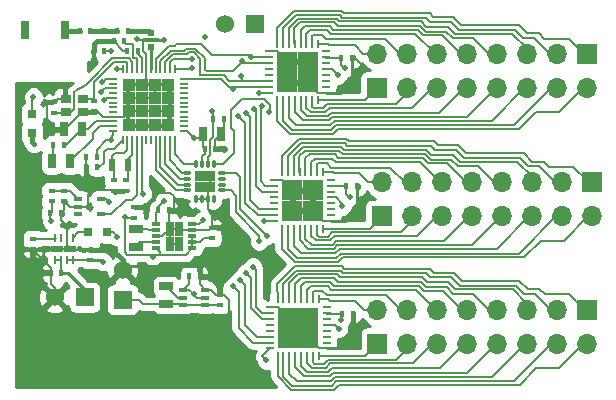
<source format=gtl>
G04 #@! TF.FileFunction,Copper,L1,Top,Signal*
%FSLAX46Y46*%
G04 Gerber Fmt 4.6, Leading zero omitted, Abs format (unit mm)*
G04 Created by KiCad (PCBNEW 4.0.6) date 06/08/18 16:00:36*
%MOMM*%
%LPD*%
G01*
G04 APERTURE LIST*
%ADD10C,0.150000*%
%ADD11R,1.700000X1.700000*%
%ADD12O,1.700000X1.700000*%
%ADD13R,0.398780X0.599440*%
%ADD14R,0.250000X0.700000*%
%ADD15R,0.700000X0.250000*%
%ADD16R,1.725000X1.725000*%
%ADD17R,0.650000X0.400000*%
%ADD18R,1.524000X1.524000*%
%ADD19C,1.524000*%
%ADD20R,0.599440X0.398780*%
%ADD21R,0.800000X0.800000*%
%ADD22R,0.600000X1.100000*%
%ADD23R,1.143000X0.635000*%
%ADD24R,0.700000X0.300000*%
%ADD25R,0.600000X0.600000*%
%ADD26R,0.635000X1.143000*%
%ADD27R,0.900000X0.800000*%
%ADD28R,0.800000X1.600000*%
%ADD29R,0.200000X0.800000*%
%ADD30R,0.800000X0.200000*%
%ADD31R,1.112500X1.112500*%
%ADD32R,0.650000X0.300000*%
%ADD33R,0.775000X1.240000*%
%ADD34R,1.100000X0.610000*%
%ADD35O,0.300000X0.750000*%
%ADD36O,0.750000X0.300000*%
%ADD37R,0.900000X0.900000*%
%ADD38C,0.508000*%
%ADD39C,0.152000*%
%ADD40C,0.457200*%
%ADD41C,0.460000*%
%ADD42C,0.229000*%
%ADD43C,0.152400*%
%ADD44C,0.254000*%
G04 APERTURE END LIST*
D10*
D11*
X315300000Y-140550000D03*
D12*
X312760000Y-140550000D03*
X310220000Y-140550000D03*
X307680000Y-140550000D03*
X305140000Y-140550000D03*
X302600000Y-140550000D03*
X300060000Y-140550000D03*
X297520000Y-140550000D03*
D13*
X294540420Y-140870000D03*
X295439580Y-140870000D03*
D11*
X297540000Y-143440000D03*
D12*
X300080000Y-143440000D03*
X302620000Y-143440000D03*
X305160000Y-143440000D03*
X307700000Y-143440000D03*
X310240000Y-143440000D03*
X312780000Y-143440000D03*
X315320000Y-143440000D03*
D14*
X292580000Y-139680000D03*
X292080000Y-139680000D03*
X291580000Y-139680000D03*
X291080000Y-139680000D03*
X290580000Y-139680000D03*
X290080000Y-139680000D03*
X289580000Y-139680000D03*
X289080000Y-139680000D03*
D15*
X288430000Y-140330000D03*
X288430000Y-140830000D03*
X288430000Y-141330000D03*
X288430000Y-141830000D03*
X288430000Y-142330000D03*
X288430000Y-142830000D03*
X288430000Y-143330000D03*
X288430000Y-143830000D03*
D14*
X289080000Y-144480000D03*
X289580000Y-144480000D03*
X290080000Y-144480000D03*
X290580000Y-144480000D03*
X291080000Y-144480000D03*
X291580000Y-144480000D03*
X292080000Y-144480000D03*
X292580000Y-144480000D03*
D15*
X293230000Y-143830000D03*
X293230000Y-143330000D03*
X293230000Y-142830000D03*
X293230000Y-142330000D03*
X293230000Y-141830000D03*
X293230000Y-141330000D03*
X293230000Y-140830000D03*
X293230000Y-140330000D03*
D16*
X289967500Y-142942500D03*
X291692500Y-142942500D03*
X289967500Y-141217500D03*
X291692500Y-141217500D03*
D14*
X292210000Y-150470000D03*
X291710000Y-150470000D03*
X291210000Y-150470000D03*
X290710000Y-150470000D03*
X290210000Y-150470000D03*
X289710000Y-150470000D03*
X289210000Y-150470000D03*
X288710000Y-150470000D03*
D15*
X288060000Y-151120000D03*
X288060000Y-151620000D03*
X288060000Y-152120000D03*
X288060000Y-152620000D03*
X288060000Y-153120000D03*
X288060000Y-153620000D03*
X288060000Y-154120000D03*
X288060000Y-154620000D03*
D14*
X288710000Y-155270000D03*
X289210000Y-155270000D03*
X289710000Y-155270000D03*
X290210000Y-155270000D03*
X290710000Y-155270000D03*
X291210000Y-155270000D03*
X291710000Y-155270000D03*
X292210000Y-155270000D03*
D15*
X292860000Y-154620000D03*
X292860000Y-154120000D03*
X292860000Y-153620000D03*
X292860000Y-153120000D03*
X292860000Y-152620000D03*
X292860000Y-152120000D03*
X292860000Y-151620000D03*
X292860000Y-151120000D03*
D16*
X289597500Y-153732500D03*
X291322500Y-153732500D03*
X289597500Y-152007500D03*
X291322500Y-152007500D03*
D11*
X297170000Y-154230000D03*
D12*
X299710000Y-154230000D03*
X302250000Y-154230000D03*
X304790000Y-154230000D03*
X307330000Y-154230000D03*
X309870000Y-154230000D03*
X312410000Y-154230000D03*
X314950000Y-154230000D03*
D13*
X294170420Y-151660000D03*
X295069580Y-151660000D03*
D11*
X314930000Y-151340000D03*
D12*
X312390000Y-151340000D03*
X309850000Y-151340000D03*
X307310000Y-151340000D03*
X304770000Y-151340000D03*
X302230000Y-151340000D03*
X299690000Y-151340000D03*
X297150000Y-151340000D03*
D17*
X282590000Y-150960000D03*
X282590000Y-149660000D03*
X280690000Y-150310000D03*
X282590000Y-150310000D03*
X280690000Y-149660000D03*
X280690000Y-150960000D03*
D13*
X283449580Y-137720000D03*
X282550420Y-137720000D03*
X283240420Y-135170000D03*
X284139580Y-135170000D03*
D11*
X314880000Y-129690000D03*
D12*
X312340000Y-129690000D03*
X309800000Y-129690000D03*
X307260000Y-129690000D03*
X304720000Y-129690000D03*
X302180000Y-129690000D03*
X299640000Y-129690000D03*
X297100000Y-129690000D03*
D13*
X294120420Y-130010000D03*
X295019580Y-130010000D03*
D18*
X275590000Y-150500000D03*
D19*
X275590000Y-147960000D03*
D20*
X268000000Y-146209580D03*
X268000000Y-145310420D03*
D21*
X274285000Y-144800000D03*
X272685000Y-144800000D03*
D18*
X286770000Y-127175000D03*
D19*
X284230000Y-127175000D03*
D20*
X272840000Y-146255420D03*
X272840000Y-147154580D03*
D13*
X269490420Y-148205000D03*
X270389580Y-148205000D03*
D22*
X276075000Y-139125000D03*
X274675000Y-139125000D03*
D20*
X269575000Y-142169580D03*
X269575000Y-141270420D03*
D13*
X270374580Y-143170000D03*
X269475420Y-143170000D03*
D20*
X276530000Y-143539580D03*
X276530000Y-142640420D03*
X270675000Y-141270420D03*
X270675000Y-142169580D03*
D23*
X276690000Y-145992000D03*
X276690000Y-144468000D03*
D20*
X283140000Y-144380420D03*
X283140000Y-145279580D03*
D13*
X272525420Y-138375000D03*
X273424580Y-138375000D03*
D24*
X278326500Y-128500000D03*
D25*
X278000000Y-129112500D03*
X278000000Y-127887500D03*
D24*
X277637500Y-128500000D03*
D13*
X275729580Y-128620000D03*
X274830420Y-128620000D03*
X273150420Y-129450000D03*
X274049580Y-129450000D03*
D23*
X279290000Y-149338000D03*
X279290000Y-150862000D03*
D13*
X281210420Y-148510000D03*
X282109580Y-148510000D03*
D20*
X283830000Y-150969580D03*
X283830000Y-150070420D03*
D13*
X278610420Y-142930000D03*
X279509580Y-142930000D03*
D21*
X267925000Y-136400000D03*
X267925000Y-134800000D03*
D18*
X272385000Y-150280000D03*
D19*
X269845000Y-150280000D03*
D26*
X271117000Y-138780000D03*
X269593000Y-138780000D03*
D27*
X270800000Y-133500000D03*
X272200000Y-133500000D03*
X270800000Y-134600000D03*
X272200000Y-134600000D03*
D20*
X274890000Y-140390420D03*
X274890000Y-141289580D03*
D13*
X273424580Y-139275000D03*
X272525420Y-139275000D03*
D20*
X269800000Y-133750420D03*
X269800000Y-134649580D03*
X273200000Y-134549580D03*
X273200000Y-133650420D03*
D13*
X276899580Y-129450000D03*
X276000420Y-129450000D03*
D20*
X275910000Y-140390420D03*
X275910000Y-141289580D03*
D28*
X270745000Y-127673000D03*
X267345000Y-127673000D03*
D13*
X272849580Y-127700000D03*
X271950420Y-127700000D03*
D20*
X274000000Y-127650420D03*
X274000000Y-128549580D03*
D13*
X276049580Y-127700000D03*
X275150420Y-127700000D03*
X269730420Y-137380000D03*
X270629580Y-137380000D03*
D26*
X272142000Y-136055000D03*
X270618000Y-136055000D03*
X282428000Y-136430000D03*
X283952000Y-136430000D03*
D29*
X275600000Y-137000000D03*
X276000000Y-137000000D03*
X276400000Y-137000000D03*
X276800000Y-137000000D03*
X277200000Y-137000000D03*
X277600000Y-137000000D03*
X278000000Y-137000000D03*
X278400000Y-137000000D03*
X278800000Y-137000000D03*
X279200000Y-137000000D03*
X279600000Y-137000000D03*
X280000000Y-137000000D03*
D30*
X280800000Y-136200000D03*
X280800000Y-135800000D03*
X280800000Y-135400000D03*
X280800000Y-135000000D03*
X280800000Y-134600000D03*
X280800000Y-134200000D03*
X280800000Y-133800000D03*
X280800000Y-133400000D03*
X280800000Y-133000000D03*
X280800000Y-132600000D03*
X280800000Y-132200000D03*
X280800000Y-131800000D03*
D29*
X280000000Y-131000000D03*
X279600000Y-131000000D03*
X279200000Y-131000000D03*
X278800000Y-131000000D03*
X278400000Y-131000000D03*
X278000000Y-131000000D03*
X277600000Y-131000000D03*
X277200000Y-131000000D03*
X276800000Y-131000000D03*
X276400000Y-131000000D03*
X276000000Y-131000000D03*
X275600000Y-131000000D03*
D30*
X274800000Y-131800000D03*
X274800000Y-132200000D03*
X274800000Y-132600000D03*
X274800000Y-133000000D03*
X274800000Y-133400000D03*
X274800000Y-133800000D03*
X274800000Y-134200000D03*
X274800000Y-134600000D03*
X274800000Y-135000000D03*
X274800000Y-135400000D03*
X274800000Y-135800000D03*
X274800000Y-136200000D03*
D31*
X279468750Y-132331250D03*
X278356250Y-132331250D03*
X277243750Y-132331250D03*
X276131250Y-132331250D03*
X279468750Y-133443750D03*
X278356250Y-133443750D03*
X277243750Y-133443750D03*
X276131250Y-133443750D03*
X279468750Y-134556250D03*
X278356250Y-134556250D03*
X277243750Y-134556250D03*
X276131250Y-134556250D03*
X279468750Y-135668750D03*
X278356250Y-135668750D03*
X277243750Y-135668750D03*
X276131250Y-135668750D03*
D32*
X278410000Y-144120000D03*
X278410000Y-144620000D03*
X278410000Y-145120000D03*
X278410000Y-145620000D03*
X278410000Y-146120000D03*
X281510000Y-146120000D03*
X281510000Y-145620000D03*
X281510000Y-145120000D03*
X281510000Y-144620000D03*
X281510000Y-144120000D03*
D33*
X280347500Y-145740000D03*
X280347500Y-144500000D03*
X279572500Y-145740000D03*
X279572500Y-144500000D03*
D17*
X271850000Y-141970000D03*
X271850000Y-143270000D03*
X271850000Y-142620000D03*
X273750000Y-143270000D03*
X273750000Y-141970000D03*
D14*
X269865000Y-147105000D03*
X270365000Y-147105000D03*
X270865000Y-147105000D03*
X271365000Y-147105000D03*
X271365000Y-145255000D03*
X270865000Y-145255000D03*
X270365000Y-145255000D03*
X269865000Y-145255000D03*
D34*
X271165000Y-146180000D03*
X270065000Y-146180000D03*
D11*
X297120000Y-132580000D03*
D12*
X299660000Y-132580000D03*
X302200000Y-132580000D03*
X304740000Y-132580000D03*
X307280000Y-132580000D03*
X309820000Y-132580000D03*
X312360000Y-132580000D03*
X314900000Y-132580000D03*
D14*
X292160000Y-128820000D03*
X291660000Y-128820000D03*
X291160000Y-128820000D03*
X290660000Y-128820000D03*
X290160000Y-128820000D03*
X289660000Y-128820000D03*
X289160000Y-128820000D03*
X288660000Y-128820000D03*
D15*
X288010000Y-129470000D03*
X288010000Y-129970000D03*
X288010000Y-130470000D03*
X288010000Y-130970000D03*
X288010000Y-131470000D03*
X288010000Y-131970000D03*
X288010000Y-132470000D03*
X288010000Y-132970000D03*
D14*
X288660000Y-133620000D03*
X289160000Y-133620000D03*
X289660000Y-133620000D03*
X290160000Y-133620000D03*
X290660000Y-133620000D03*
X291160000Y-133620000D03*
X291660000Y-133620000D03*
X292160000Y-133620000D03*
D15*
X292810000Y-132970000D03*
X292810000Y-132470000D03*
X292810000Y-131970000D03*
X292810000Y-131470000D03*
X292810000Y-130970000D03*
X292810000Y-130470000D03*
X292810000Y-129970000D03*
X292810000Y-129470000D03*
D16*
X289547500Y-132082500D03*
X291272500Y-132082500D03*
X289547500Y-130357500D03*
X291272500Y-130357500D03*
D35*
X281810000Y-141965000D03*
X282310000Y-141965000D03*
X282810000Y-141965000D03*
X283310000Y-141965000D03*
D36*
X284035000Y-141240000D03*
X284035000Y-140740000D03*
X284035000Y-140240000D03*
X284035000Y-139740000D03*
D35*
X283310000Y-139015000D03*
X282810000Y-139015000D03*
X282310000Y-139015000D03*
X281810000Y-139015000D03*
D36*
X281085000Y-139740000D03*
X281085000Y-140240000D03*
X281085000Y-140740000D03*
X281085000Y-141240000D03*
D37*
X283010000Y-140040000D03*
X282110000Y-140040000D03*
X283010000Y-140940000D03*
X282110000Y-140940000D03*
D38*
X281450000Y-130860000D03*
X281475000Y-130075000D03*
X296120000Y-130860000D03*
X295640000Y-152660000D03*
X294970000Y-143300000D03*
X294600000Y-154090000D03*
X284640000Y-152640000D03*
X283870000Y-149150000D03*
X284260000Y-137710000D03*
X283010000Y-140040000D03*
X272700000Y-142670000D03*
X269180000Y-135355000D03*
X273125000Y-140250000D03*
X279110000Y-128530000D03*
X282570000Y-128270000D03*
X273150000Y-130150000D03*
X276820000Y-128420000D03*
X294550000Y-132440000D03*
X275110000Y-145160000D03*
X279100000Y-142125000D03*
X268100000Y-137300000D03*
X281655000Y-136780000D03*
X275120000Y-130980000D03*
X274640000Y-137010000D03*
X274580000Y-129450000D03*
X282425000Y-143750000D03*
X294100000Y-152170000D03*
X287760000Y-155630000D03*
X287540000Y-143850000D03*
X294810000Y-141770000D03*
X281615000Y-150045000D03*
X283200000Y-134520000D03*
X294390000Y-130910000D03*
X287120000Y-132990000D03*
X278130000Y-146850000D03*
X274410000Y-142180000D03*
X275760000Y-143480000D03*
X273915000Y-147280000D03*
X274000000Y-133625000D03*
X273800000Y-132875000D03*
X277310000Y-141530000D03*
X269570000Y-143820000D03*
X268050000Y-133325000D03*
X273850000Y-132100000D03*
X286610000Y-147690000D03*
X286430000Y-129910000D03*
X287370000Y-134070000D03*
X286050000Y-148220000D03*
X286760000Y-134370000D03*
X285700000Y-130310000D03*
X285500000Y-148820000D03*
X286080000Y-134660000D03*
X285580000Y-131590000D03*
X284930000Y-149370000D03*
X285400000Y-134970000D03*
X284940000Y-132690000D03*
X293840000Y-131490000D03*
X287970000Y-134600000D03*
X293890000Y-152930000D03*
X287170000Y-145550000D03*
X294210000Y-142580000D03*
X287780000Y-145070000D03*
D39*
X273424580Y-139275000D02*
X273600000Y-139275000D01*
X273600000Y-139275000D02*
X274000000Y-138875000D01*
X274000000Y-138875000D02*
X274000000Y-138000000D01*
X274000000Y-138000000D02*
X274275000Y-137725000D01*
X274275000Y-137725000D02*
X274875000Y-137725000D01*
X274875000Y-137725000D02*
X275600000Y-137000000D01*
X275600000Y-137000000D02*
X275600000Y-137140000D01*
X275600000Y-137000000D02*
X275550000Y-137000000D01*
X276899580Y-129450000D02*
X276899580Y-129699580D01*
X276899580Y-129699580D02*
X277200000Y-130000000D01*
X277200000Y-130000000D02*
X277200000Y-131000000D01*
D40*
X276049580Y-127700000D02*
X277800000Y-127700000D01*
X277800000Y-127700000D02*
X278000000Y-127900000D01*
D39*
X281310000Y-131000000D02*
X280000000Y-131000000D01*
X281450000Y-130860000D02*
X281310000Y-131000000D01*
X280000000Y-131000000D02*
X280000000Y-130730000D01*
X279600000Y-130400000D02*
X279600000Y-131000000D01*
X281475000Y-130075000D02*
X281400000Y-130150000D01*
X281400000Y-130150000D02*
X279850000Y-130150000D01*
X279850000Y-130150000D02*
X279600000Y-130400000D01*
D41*
X271950420Y-127700000D02*
X270772000Y-127700000D01*
X270772000Y-127700000D02*
X270745000Y-127673000D01*
D39*
X269730420Y-137380000D02*
X269730420Y-138642580D01*
X269730420Y-138642580D02*
X269593000Y-138780000D01*
X270374580Y-143170000D02*
X270374580Y-143754580D01*
X270865000Y-144245000D02*
X270865000Y-145255000D01*
X270374580Y-143754580D02*
X270865000Y-144245000D01*
X295019580Y-130010000D02*
X295270000Y-130010000D01*
X295270000Y-130010000D02*
X296120000Y-130860000D01*
X295069580Y-152580000D02*
X295560000Y-152580000D01*
X295560000Y-152580000D02*
X295640000Y-152660000D01*
D42*
X295069580Y-152580000D02*
X295069580Y-151660000D01*
D39*
X284640000Y-150510000D02*
X284640000Y-152640000D01*
X284200420Y-150070420D02*
X284640000Y-150510000D01*
X284200420Y-150070420D02*
X283830000Y-150070420D01*
X283870000Y-149150000D02*
X283830000Y-149190000D01*
X283830000Y-149190000D02*
X283830000Y-150070420D01*
D40*
X284250000Y-137720000D02*
X284260000Y-137710000D01*
X283449580Y-137720000D02*
X284250000Y-137720000D01*
D42*
X295439580Y-142830420D02*
X295439580Y-140870000D01*
X294970000Y-143300000D02*
X295439580Y-142830420D01*
X293230000Y-143830000D02*
X294440000Y-143830000D01*
X294440000Y-143830000D02*
X294970000Y-143300000D01*
D39*
X293230000Y-143830000D02*
X292580000Y-143830000D01*
X292580000Y-143830000D02*
X291692500Y-142942500D01*
X288430000Y-140330000D02*
X289080000Y-140330000D01*
X291692500Y-142942500D02*
X289967500Y-142942500D01*
X291692500Y-141217500D02*
X291692500Y-142942500D01*
X289080000Y-140330000D02*
X289967500Y-141217500D01*
X289967500Y-141217500D02*
X291692500Y-141217500D01*
X289597500Y-152007500D02*
X291322500Y-152007500D01*
X288710000Y-151120000D02*
X289597500Y-152007500D01*
D42*
X294600000Y-154090000D02*
X295069580Y-153620420D01*
D39*
X291322500Y-152007500D02*
X291322500Y-153732500D01*
X291322500Y-153732500D02*
X289597500Y-153732500D01*
X288060000Y-151120000D02*
X288710000Y-151120000D01*
X292210000Y-154620000D02*
X291322500Y-153732500D01*
X292860000Y-154620000D02*
X292210000Y-154620000D01*
D42*
X294070000Y-154620000D02*
X294600000Y-154090000D01*
X292860000Y-154620000D02*
X294070000Y-154620000D01*
X295069580Y-153620420D02*
X295069580Y-152580000D01*
X282109580Y-148510000D02*
X282109580Y-147709580D01*
X282060000Y-147660000D02*
X275890000Y-147660000D01*
X282109580Y-147709580D02*
X282060000Y-147660000D01*
X275890000Y-147660000D02*
X275590000Y-147960000D01*
D39*
X282109580Y-148510000D02*
X282109580Y-149179580D01*
X282109580Y-149179580D02*
X282590000Y-149660000D01*
X283830000Y-150070420D02*
X283480420Y-150070420D01*
X283070000Y-149660000D02*
X282590000Y-149660000D01*
X283480420Y-150070420D02*
X283070000Y-149660000D01*
X273125000Y-141175000D02*
X274775420Y-141175000D01*
X274775420Y-141175000D02*
X274890000Y-141289580D01*
X272700000Y-142670000D02*
X272700000Y-141600000D01*
X272700000Y-141600000D02*
X273125000Y-141175000D01*
X273125000Y-141175000D02*
X273125000Y-140250000D01*
X272650000Y-142620000D02*
X272700000Y-142670000D01*
X271850000Y-142620000D02*
X272650000Y-142620000D01*
X283010000Y-140940000D02*
X282110000Y-140940000D01*
X283010000Y-140040000D02*
X282110000Y-140040000D01*
X283010000Y-140940000D02*
X283010000Y-140040000D01*
X284139580Y-135170000D02*
X284139580Y-136242420D01*
X284139580Y-136242420D02*
X283952000Y-136430000D01*
X283952000Y-136430000D02*
X283449580Y-136932420D01*
X283449580Y-136932420D02*
X283449580Y-137720000D01*
X282810000Y-141965000D02*
X282810000Y-141140000D01*
X282810000Y-141140000D02*
X283010000Y-140940000D01*
X282310000Y-141965000D02*
X281810000Y-141965000D01*
X282810000Y-141965000D02*
X282310000Y-141965000D01*
X283140000Y-144380420D02*
X283140000Y-143120000D01*
X282810000Y-142790000D02*
X282810000Y-141965000D01*
X283140000Y-143120000D02*
X282810000Y-142790000D01*
X269490420Y-148205000D02*
X269490420Y-147790420D01*
X269490420Y-147790420D02*
X268000000Y-146300000D01*
X268000000Y-146300000D02*
X268000000Y-146209580D01*
X270065000Y-146180000D02*
X268029580Y-146180000D01*
X268029580Y-146180000D02*
X268000000Y-146209580D01*
D40*
X269300000Y-135475000D02*
X269180000Y-135355000D01*
X273125000Y-140250000D02*
X273100000Y-140275000D01*
D39*
X272525420Y-139275000D02*
X272525420Y-139700420D01*
X272525420Y-139700420D02*
X273100000Y-140275000D01*
X279509580Y-142930000D02*
X279870000Y-142930000D01*
X277459580Y-142640420D02*
X276530000Y-142640420D01*
X277750000Y-142350000D02*
X277459580Y-142640420D01*
X277750000Y-142325000D02*
X277750000Y-142350000D01*
X278650000Y-141425000D02*
X277750000Y-142325000D01*
X279650000Y-141425000D02*
X278650000Y-141425000D01*
X279950000Y-141725000D02*
X279650000Y-141425000D01*
X279950000Y-142850000D02*
X279950000Y-141725000D01*
X279870000Y-142930000D02*
X279950000Y-142850000D01*
X271850000Y-142620000D02*
X271125420Y-142620000D01*
X271125420Y-142620000D02*
X270675000Y-142169580D01*
X270675000Y-142169580D02*
X270675000Y-142869580D01*
X270675000Y-142869580D02*
X270374580Y-143170000D01*
X275910000Y-141289580D02*
X276085420Y-141289580D01*
X272525420Y-138375000D02*
X272525420Y-139275000D01*
X272200000Y-134600000D02*
X272185000Y-134600000D01*
X272185000Y-134600000D02*
X270730000Y-136055000D01*
X270730000Y-136055000D02*
X270618000Y-136055000D01*
X269800000Y-133750420D02*
X269434580Y-133750420D01*
X269880000Y-136055000D02*
X270618000Y-136055000D01*
X269300000Y-135475000D02*
X269880000Y-136055000D01*
X269180000Y-134005000D02*
X269180000Y-135355000D01*
X269434580Y-133750420D02*
X269180000Y-134005000D01*
D40*
X272840000Y-146255420D02*
X274715420Y-146255420D01*
X275590000Y-147130000D02*
X275590000Y-147960000D01*
X274715420Y-146255420D02*
X275590000Y-147130000D01*
D39*
X271165000Y-146180000D02*
X270065000Y-146180000D01*
X270865000Y-145255000D02*
X270865000Y-145880000D01*
X270865000Y-145880000D02*
X271165000Y-146180000D01*
X272840000Y-146255420D02*
X271240420Y-146255420D01*
X271240420Y-146255420D02*
X271165000Y-146180000D01*
X269845000Y-150280000D02*
X269845000Y-149535000D01*
X269845000Y-149535000D02*
X269490420Y-149180420D01*
X269490420Y-149180420D02*
X269490420Y-148205000D01*
X283120000Y-144360420D02*
X283140000Y-144380420D01*
X274887920Y-141287500D02*
X274890000Y-141289580D01*
X274890000Y-141289580D02*
X275910000Y-141289580D01*
X280347500Y-145740000D02*
X279572500Y-145740000D01*
X278410000Y-145120000D02*
X278952500Y-145120000D01*
X278952500Y-145120000D02*
X279572500Y-144500000D01*
X279572500Y-144500000D02*
X279572500Y-145740000D01*
X280347500Y-144500000D02*
X279572500Y-144500000D01*
X281510000Y-144620000D02*
X280467500Y-144620000D01*
X280467500Y-144620000D02*
X280347500Y-144500000D01*
X281510000Y-144620000D02*
X282900420Y-144620000D01*
X282900420Y-144620000D02*
X283140000Y-144380420D01*
X279509580Y-142930000D02*
X279509580Y-144437080D01*
X279509580Y-144437080D02*
X279572500Y-144500000D01*
D42*
X279080000Y-128500000D02*
X279110000Y-128530000D01*
X278326500Y-128500000D02*
X279080000Y-128500000D01*
D39*
X282570000Y-128270000D02*
X282585000Y-128255000D01*
X282585000Y-128255000D02*
X282570000Y-128270000D01*
X273150420Y-130149580D02*
X273150000Y-130150000D01*
X273150420Y-129450000D02*
X273150420Y-130149580D01*
X276000420Y-129450000D02*
X275660420Y-129450000D01*
X275660420Y-129450000D02*
X274830420Y-128620000D01*
D40*
X274000000Y-128549580D02*
X274760000Y-128549580D01*
X274760000Y-128549580D02*
X274830420Y-128620000D01*
D39*
X276900000Y-128500000D02*
X276820000Y-128420000D01*
X277637500Y-128500000D02*
X276900000Y-128500000D01*
X277637500Y-128500000D02*
X278326500Y-128500000D01*
D40*
X273150420Y-129450000D02*
X273150420Y-128799580D01*
X273150420Y-128799580D02*
X273400420Y-128549580D01*
X273400420Y-128549580D02*
X274000000Y-128549580D01*
D39*
X273200000Y-134549580D02*
X273449580Y-134549580D01*
X273449580Y-134549580D02*
X273900000Y-135000000D01*
X273900000Y-135000000D02*
X274800000Y-135000000D01*
X277600000Y-131000000D02*
X277600000Y-129700000D01*
X277350000Y-129450000D02*
X277350000Y-128500000D01*
X277600000Y-129700000D02*
X277350000Y-129450000D01*
X278356250Y-132331250D02*
X278356250Y-133443750D01*
X277243750Y-135668750D02*
X276131250Y-135668750D01*
X278356250Y-135668750D02*
X277243750Y-135668750D01*
X279468750Y-135668750D02*
X278356250Y-135668750D01*
X279468750Y-134556250D02*
X279468750Y-135668750D01*
X278356250Y-134556250D02*
X279468750Y-134556250D01*
X277243750Y-134556250D02*
X278356250Y-134556250D01*
X276131250Y-134556250D02*
X277243750Y-134556250D01*
X276131250Y-133443750D02*
X276131250Y-134556250D01*
X277243750Y-133443750D02*
X276131250Y-133443750D01*
X278356250Y-133443750D02*
X277243750Y-133443750D01*
X279468750Y-132331250D02*
X279468750Y-133443750D01*
X278356250Y-132331250D02*
X279468750Y-132331250D01*
X277243750Y-132331250D02*
X278356250Y-132331250D01*
X276131250Y-132331250D02*
X277243750Y-132331250D01*
X274800000Y-135000000D02*
X275687500Y-135000000D01*
X275687500Y-135000000D02*
X276131250Y-134556250D01*
X277600000Y-131000000D02*
X277600000Y-131975000D01*
X277600000Y-131975000D02*
X277243750Y-132331250D01*
X270800000Y-133500000D02*
X270050420Y-133500000D01*
X270050420Y-133500000D02*
X269800000Y-133750420D01*
X273200000Y-134549580D02*
X272250420Y-134549580D01*
X272250420Y-134549580D02*
X272200000Y-134600000D01*
D43*
X272300420Y-134549580D02*
X272200000Y-134650000D01*
D42*
X295019580Y-131970420D02*
X295019580Y-130010000D01*
X292810000Y-132970000D02*
X294020000Y-132970000D01*
X294020000Y-132970000D02*
X294550000Y-132440000D01*
D39*
X292810000Y-132970000D02*
X292160000Y-132970000D01*
X292160000Y-132970000D02*
X291272500Y-132082500D01*
X288010000Y-129470000D02*
X288660000Y-129470000D01*
X291272500Y-132082500D02*
X289547500Y-132082500D01*
X291272500Y-130357500D02*
X291272500Y-132082500D01*
D42*
X294550000Y-132440000D02*
X295019580Y-131970420D01*
D39*
X288660000Y-129470000D02*
X289547500Y-130357500D01*
X289547500Y-130357500D02*
X291272500Y-130357500D01*
X274750000Y-144800000D02*
X274285000Y-144800000D01*
X275110000Y-145160000D02*
X274750000Y-144800000D01*
X282550420Y-137720000D02*
X282550420Y-138119580D01*
X282310000Y-138360000D02*
X282310000Y-139015000D01*
X282550420Y-138119580D02*
X282310000Y-138360000D01*
X281655000Y-136780000D02*
X282078000Y-136780000D01*
X282078000Y-136780000D02*
X282428000Y-136430000D01*
X282428000Y-136430000D02*
X282428000Y-137597580D01*
X282428000Y-137597580D02*
X282550420Y-137720000D01*
X278610420Y-142930000D02*
X278610420Y-142614580D01*
X278610420Y-142614580D02*
X279100000Y-142125000D01*
X281510000Y-144120000D02*
X282080000Y-144120000D01*
D40*
X267925000Y-137125000D02*
X267925000Y-136400000D01*
X268100000Y-137300000D02*
X267925000Y-137125000D01*
D39*
X274640000Y-137010000D02*
X274215000Y-137010000D01*
X273424580Y-137800420D02*
X273424580Y-138375000D01*
X274215000Y-137010000D02*
X273424580Y-137800420D01*
X280800000Y-136200000D02*
X281075000Y-136200000D01*
X281075000Y-136200000D02*
X281655000Y-136780000D01*
X281510000Y-144120000D02*
X281610000Y-144120000D01*
X278410000Y-144120000D02*
X278410000Y-143130420D01*
X278410000Y-143130420D02*
X278610420Y-142930000D01*
X275120000Y-130980000D02*
X275140000Y-131000000D01*
X274640000Y-137010000D02*
X274660000Y-136990000D01*
X274660000Y-136990000D02*
X274800000Y-136200000D01*
X274049580Y-129450000D02*
X274580000Y-129450000D01*
X275140000Y-131000000D02*
X275600000Y-131000000D01*
X282425000Y-143750000D02*
X282450000Y-143750000D01*
X282080000Y-144120000D02*
X282450000Y-143750000D01*
X294170420Y-151660000D02*
X294170420Y-152099580D01*
X294170420Y-152099580D02*
X294100000Y-152170000D01*
X287410000Y-155270000D02*
X288060000Y-154620000D01*
X287760000Y-155630000D02*
X287400000Y-155270000D01*
X287400000Y-155270000D02*
X287410000Y-155270000D01*
X287540000Y-143850000D02*
X287560000Y-143830000D01*
X287560000Y-143830000D02*
X287600000Y-143830000D01*
X287600000Y-143830000D02*
X288430000Y-143830000D01*
X294540420Y-140870000D02*
X294540420Y-141500420D01*
X294540420Y-141500420D02*
X294810000Y-141770000D01*
X294540420Y-140870000D02*
X293270000Y-140870000D01*
X293270000Y-140870000D02*
X293230000Y-140830000D01*
X292900000Y-151660000D02*
X292860000Y-151620000D01*
X294170420Y-151660000D02*
X292900000Y-151660000D01*
X283240420Y-135170000D02*
X283240420Y-134560420D01*
X283200000Y-134520000D02*
X283240420Y-134560420D01*
X294120420Y-130640420D02*
X294390000Y-130910000D01*
X294120420Y-130010000D02*
X294120420Y-130640420D01*
X287180000Y-132970000D02*
X288010000Y-132970000D01*
X287140000Y-132970000D02*
X287180000Y-132970000D01*
X287120000Y-132990000D02*
X287140000Y-132970000D01*
X281210420Y-148510000D02*
X281210420Y-149139580D01*
X281210420Y-149139580D02*
X280690000Y-149660000D01*
X282590000Y-150310000D02*
X281880000Y-150310000D01*
X281880000Y-150310000D02*
X281615000Y-150045000D01*
X281230000Y-149660000D02*
X280690000Y-149660000D01*
X281615000Y-150045000D02*
X281230000Y-149660000D01*
X282810000Y-139015000D02*
X282810000Y-138450000D01*
X283250000Y-136680000D02*
X283250000Y-135420000D01*
X282980000Y-136950000D02*
X283250000Y-136680000D01*
X282980000Y-138280000D02*
X282980000Y-136950000D01*
X282810000Y-138450000D02*
X282980000Y-138280000D01*
X294120420Y-130010000D02*
X292850000Y-130010000D01*
X292850000Y-130010000D02*
X292810000Y-129970000D01*
X278110000Y-146830000D02*
X278110000Y-146700000D01*
X278130000Y-146850000D02*
X278110000Y-146830000D01*
X282590000Y-150960000D02*
X283820420Y-150960000D01*
X283820420Y-150960000D02*
X283830000Y-150969580D01*
X280690000Y-150960000D02*
X282590000Y-150960000D01*
X279290000Y-150862000D02*
X280592000Y-150862000D01*
X280592000Y-150862000D02*
X280690000Y-150960000D01*
X275590000Y-150500000D02*
X276980000Y-150500000D01*
X276980000Y-150500000D02*
X277342000Y-150862000D01*
X277342000Y-150862000D02*
X279290000Y-150862000D01*
X278730000Y-146700000D02*
X278730000Y-146440000D01*
X278730000Y-146440000D02*
X278410000Y-146120000D01*
X275760000Y-143480000D02*
X275760000Y-146460000D01*
X275760000Y-146460000D02*
X276000000Y-146700000D01*
X277640000Y-146700000D02*
X278110000Y-146700000D01*
X276000000Y-146700000D02*
X277640000Y-146700000D01*
X278110000Y-146700000D02*
X278730000Y-146700000D01*
X278730000Y-146700000D02*
X278920000Y-146700000D01*
X276530000Y-143539580D02*
X275819580Y-143539580D01*
X274200000Y-141970000D02*
X273750000Y-141970000D01*
X274410000Y-142180000D02*
X274200000Y-141970000D01*
X275819580Y-143539580D02*
X275760000Y-143480000D01*
D42*
X273789580Y-147154580D02*
X272840000Y-147154580D01*
X273915000Y-147280000D02*
X273789580Y-147154580D01*
D39*
X271365000Y-147105000D02*
X272790420Y-147105000D01*
X272790420Y-147105000D02*
X272840000Y-147154580D01*
X270865000Y-147105000D02*
X271365000Y-147105000D01*
X276530000Y-143539580D02*
X276720420Y-143539580D01*
X276527500Y-143537080D02*
X276530000Y-143539580D01*
X283140000Y-145279580D02*
X282510420Y-145279580D01*
X282170000Y-145620000D02*
X281510000Y-145620000D01*
X282510420Y-145279580D02*
X282170000Y-145620000D01*
X278410000Y-146120000D02*
X278410000Y-146190000D01*
X278920000Y-146700000D02*
X280930000Y-146700000D01*
X280930000Y-146700000D02*
X281510000Y-146120000D01*
X281510000Y-145620000D02*
X281510000Y-146120000D01*
X281510000Y-145120000D02*
X281510000Y-145620000D01*
D41*
X274000000Y-127699580D02*
X272850000Y-127699580D01*
X272850000Y-127699580D02*
X272849580Y-127700000D01*
X275150420Y-127700000D02*
X274000420Y-127700000D01*
X274000420Y-127700000D02*
X274000000Y-127699580D01*
D39*
X280690000Y-150310000D02*
X280262000Y-150310000D01*
X280262000Y-150310000D02*
X279290000Y-149338000D01*
X274800000Y-133400000D02*
X274225000Y-133400000D01*
X274225000Y-133400000D02*
X274000000Y-133625000D01*
X270629580Y-137380000D02*
X270817000Y-137380000D01*
X270817000Y-137380000D02*
X272142000Y-136055000D01*
X272142000Y-136055000D02*
X272705000Y-136055000D01*
X273360000Y-135400000D02*
X274800000Y-135400000D01*
X272705000Y-136055000D02*
X273360000Y-135400000D01*
X275000000Y-130040000D02*
X274720163Y-130049375D01*
X274720163Y-130049375D02*
X272760000Y-132040000D01*
X272760000Y-132040000D02*
X272770000Y-132030000D01*
X272770000Y-132030000D02*
X272455505Y-132345429D01*
X272455505Y-132345429D02*
X271600000Y-132830000D01*
X271600000Y-132830000D02*
X271490000Y-132940000D01*
X271490000Y-132940000D02*
X271490000Y-134310000D01*
X271490000Y-134310000D02*
X271200000Y-134600000D01*
X276400000Y-131000000D02*
X276400000Y-130330490D01*
X275395598Y-130045598D02*
X275000000Y-130040000D01*
X276115108Y-130045598D02*
X275395598Y-130045598D01*
X276400000Y-130330490D02*
X276115108Y-130045598D01*
X271200000Y-134600000D02*
X270800000Y-134600000D01*
X269800000Y-134649580D02*
X270750420Y-134649580D01*
X270800000Y-134600000D02*
X270950000Y-134600000D01*
X270750420Y-134649580D02*
X270800000Y-134600000D01*
D43*
X271050000Y-134650000D02*
X270800000Y-134650000D01*
X270799580Y-134649580D02*
X270800000Y-134650000D01*
D39*
X276000000Y-131000000D02*
X276000000Y-130450000D01*
X276000000Y-130450000D02*
X275900000Y-130350000D01*
X275900000Y-130350000D02*
X274900000Y-130350000D01*
X274900000Y-130350000D02*
X273200000Y-132050000D01*
X273200000Y-132050000D02*
X273200000Y-133650420D01*
X272200000Y-133500000D02*
X273049580Y-133500000D01*
X273049580Y-133500000D02*
X273200000Y-133650420D01*
X274675000Y-139125000D02*
X274675000Y-138350000D01*
X276000000Y-137775000D02*
X276000000Y-137000000D01*
X275700000Y-138075000D02*
X276000000Y-137775000D01*
X274950000Y-138075000D02*
X275700000Y-138075000D01*
X274675000Y-138350000D02*
X274950000Y-138075000D01*
X274890000Y-140390420D02*
X274890000Y-139340000D01*
X274890000Y-139340000D02*
X274675000Y-139125000D01*
X276400000Y-137000000D02*
X276400000Y-138250000D01*
X276400000Y-138250000D02*
X276075000Y-138575000D01*
X276075000Y-138575000D02*
X276075000Y-139125000D01*
X276075000Y-139125000D02*
X276075000Y-140225420D01*
X276075000Y-140225420D02*
X275910000Y-140390420D01*
X274800000Y-135800000D02*
X273660000Y-135800000D01*
X273080000Y-136855000D02*
X271155000Y-138780000D01*
X273080000Y-136380000D02*
X273080000Y-136855000D01*
X273660000Y-135800000D02*
X273080000Y-136380000D01*
X271155000Y-138780000D02*
X271117000Y-138780000D01*
D42*
X278000000Y-129100000D02*
X278000000Y-131000000D01*
D39*
X275909580Y-128800000D02*
X276450000Y-128800000D01*
X276800000Y-130050000D02*
X276750000Y-130000000D01*
X276750000Y-130000000D02*
X276500000Y-130000000D01*
X276500000Y-130000000D02*
X276450000Y-129950000D01*
X276450000Y-129950000D02*
X276450000Y-128800000D01*
X276800000Y-130050000D02*
X276800000Y-131000000D01*
X275909580Y-128800000D02*
X275729580Y-128620000D01*
X274800000Y-132600000D02*
X274075000Y-132600000D01*
X274075000Y-132600000D02*
X273800000Y-132875000D01*
X278410000Y-145620000D02*
X277062000Y-145620000D01*
X277062000Y-145620000D02*
X276690000Y-145992000D01*
X276690000Y-144468000D02*
X277638000Y-144468000D01*
X277790000Y-144620000D02*
X278410000Y-144620000D01*
X277638000Y-144468000D02*
X277790000Y-144620000D01*
X269475420Y-143170000D02*
X269475420Y-143725420D01*
X277200000Y-141420000D02*
X277200000Y-137000000D01*
X277310000Y-141530000D02*
X277200000Y-141420000D01*
X269475420Y-143725420D02*
X269570000Y-143820000D01*
X269575000Y-142169580D02*
X269575000Y-143070420D01*
X269575000Y-143070420D02*
X269475420Y-143170000D01*
X276800000Y-137000000D02*
X276800000Y-141620000D01*
X274650000Y-143270000D02*
X273750000Y-143270000D01*
X275900000Y-142020000D02*
X274650000Y-143270000D01*
X276400000Y-142020000D02*
X275900000Y-142020000D01*
X276800000Y-141620000D02*
X276400000Y-142020000D01*
X270675000Y-141270420D02*
X271150420Y-141270420D01*
X271150420Y-141270420D02*
X271850000Y-141970000D01*
X270675000Y-141270420D02*
X269575000Y-141270420D01*
X269865000Y-147105000D02*
X270365000Y-147105000D01*
X270365000Y-147105000D02*
X270365000Y-148180420D01*
X270365000Y-148180420D02*
X270389580Y-148205000D01*
D42*
X272385000Y-150280000D02*
X272385000Y-149650000D01*
X272385000Y-149650000D02*
X270940000Y-148205000D01*
X270940000Y-148205000D02*
X270389580Y-148205000D01*
D39*
X268000000Y-145310420D02*
X269809580Y-145310420D01*
X269809580Y-145310420D02*
X269865000Y-145255000D01*
D42*
X269840000Y-145230000D02*
X269865000Y-145255000D01*
D39*
X271820000Y-144800000D02*
X271365000Y-145255000D01*
X272685000Y-144800000D02*
X271820000Y-144800000D01*
X274800000Y-131800000D02*
X274150000Y-131800000D01*
X267925000Y-133450000D02*
X267925000Y-134800000D01*
X268050000Y-133325000D02*
X267925000Y-133450000D01*
X274150000Y-131800000D02*
X273850000Y-132100000D01*
X314880000Y-129690000D02*
X314650000Y-129690000D01*
X314650000Y-129690000D02*
X313350000Y-128390000D01*
X313350000Y-128390000D02*
X311270000Y-128390000D01*
X311270000Y-128390000D02*
X310820000Y-127940000D01*
X310820000Y-127940000D02*
X309830000Y-127940000D01*
X309830000Y-127940000D02*
X309120000Y-127230000D01*
X309120000Y-127230000D02*
X304280000Y-127230000D01*
X304280000Y-127230000D02*
X303610000Y-126560000D01*
X303610000Y-126560000D02*
X301910000Y-126560000D01*
X301910000Y-126560000D02*
X301580000Y-126230000D01*
X301580000Y-126230000D02*
X294320000Y-126230000D01*
X294320000Y-126230000D02*
X294100000Y-126010000D01*
X294100000Y-126010000D02*
X290100000Y-126010000D01*
X290100000Y-126010000D02*
X288650000Y-127470000D01*
X288650000Y-127470000D02*
X288660000Y-128820000D01*
X312340000Y-129690000D02*
X311800000Y-129690000D01*
X311800000Y-129690000D02*
X310460000Y-128350000D01*
X310460000Y-128350000D02*
X309530000Y-128350000D01*
X309530000Y-128350000D02*
X308820000Y-127640000D01*
X308820000Y-127640000D02*
X304080000Y-127640000D01*
X304080000Y-127640000D02*
X303390000Y-126950000D01*
X303390000Y-126950000D02*
X301600000Y-126950000D01*
X301600000Y-126950000D02*
X301260000Y-126610000D01*
X301260000Y-126610000D02*
X294210000Y-126610000D01*
X294210000Y-126610000D02*
X294000000Y-126400000D01*
X294000000Y-126400000D02*
X290240000Y-126400000D01*
X290240000Y-126400000D02*
X289160000Y-127480000D01*
X289160000Y-127480000D02*
X289160000Y-128820000D01*
X289660000Y-128820000D02*
X289660000Y-127460000D01*
X308580000Y-127960000D02*
X309800000Y-129180000D01*
X303730000Y-127960000D02*
X308580000Y-127960000D01*
X303130000Y-127360000D02*
X303730000Y-127960000D01*
X301318804Y-127360000D02*
X303130000Y-127360000D01*
X300888804Y-126930000D02*
X301318804Y-127360000D01*
X293930000Y-126930000D02*
X300888804Y-126930000D01*
X293705598Y-126705598D02*
X293930000Y-126930000D01*
X290414402Y-126705598D02*
X293705598Y-126705598D01*
X289660000Y-127460000D02*
X290414402Y-126705598D01*
X309800000Y-129180000D02*
X309800000Y-129690000D01*
X307260000Y-129690000D02*
X306590000Y-129690000D01*
X306590000Y-129690000D02*
X305250000Y-128350000D01*
X305250000Y-128350000D02*
X303560000Y-128350000D01*
X303560000Y-128350000D02*
X302995598Y-127785598D01*
X302995598Y-127785598D02*
X301245598Y-127785598D01*
X301245598Y-127785598D02*
X300790000Y-127330000D01*
X300790000Y-127330000D02*
X293800000Y-127330000D01*
X293800000Y-127330000D02*
X293480000Y-127010000D01*
X293480000Y-127010000D02*
X290610000Y-127010000D01*
X290610000Y-127010000D02*
X290130000Y-127490000D01*
X290130000Y-127490000D02*
X290130000Y-128790000D01*
X290130000Y-128790000D02*
X290160000Y-128820000D01*
X304720000Y-129690000D02*
X304240000Y-129690000D01*
X304240000Y-129690000D02*
X302640000Y-128090000D01*
X302640000Y-128090000D02*
X301070000Y-128090000D01*
X301070000Y-128090000D02*
X300630000Y-127650000D01*
X300630000Y-127650000D02*
X293450000Y-127650000D01*
X293450000Y-127650000D02*
X293130000Y-127330000D01*
X293130000Y-127330000D02*
X291000000Y-127330000D01*
X291000000Y-127330000D02*
X290660000Y-127670000D01*
X290660000Y-127670000D02*
X290660000Y-128820000D01*
X302180000Y-129690000D02*
X302090000Y-129690000D01*
X302090000Y-129690000D02*
X300390000Y-127990000D01*
X300390000Y-127990000D02*
X293210000Y-127990000D01*
X293210000Y-127990000D02*
X292900000Y-127680000D01*
X292900000Y-127680000D02*
X291470000Y-127680000D01*
X291470000Y-127680000D02*
X291160000Y-127990000D01*
X291160000Y-127990000D02*
X291160000Y-128820000D01*
X299640000Y-129690000D02*
X299080000Y-129690000D01*
X299080000Y-129690000D02*
X297830000Y-128440000D01*
X297830000Y-128440000D02*
X292830000Y-128440000D01*
X292830000Y-128440000D02*
X292460000Y-128070000D01*
X292460000Y-128070000D02*
X291740000Y-128070000D01*
X291740000Y-128070000D02*
X291660000Y-128150000D01*
X291660000Y-128150000D02*
X291660000Y-128820000D01*
X297100000Y-129690000D02*
X295980000Y-129690000D01*
X292960000Y-128820000D02*
X292160000Y-128820000D01*
X293080000Y-128940000D02*
X292960000Y-128820000D01*
X295230000Y-128940000D02*
X293080000Y-128940000D01*
X295980000Y-129690000D02*
X295230000Y-128940000D01*
X292160000Y-128820000D02*
X292160000Y-128790000D01*
X292160000Y-133620000D02*
X296080000Y-133620000D01*
X296080000Y-133620000D02*
X297120000Y-132580000D01*
X299660000Y-132580000D02*
X299660000Y-132980000D01*
X299660000Y-132980000D02*
X298715598Y-133924402D01*
X291660000Y-134150000D02*
X291660000Y-133620000D01*
X291790000Y-134280000D02*
X291660000Y-134150000D01*
X292580000Y-134280000D02*
X291790000Y-134280000D01*
X292935598Y-133924402D02*
X292580000Y-134280000D01*
X298715598Y-133924402D02*
X292935598Y-133924402D01*
X291660000Y-133620000D02*
X291660000Y-133920000D01*
X299510000Y-132580000D02*
X299660000Y-132580000D01*
X302200000Y-132580000D02*
X301770000Y-132580000D01*
X301770000Y-132580000D02*
X300121196Y-134228804D01*
X300121196Y-134228804D02*
X293141196Y-134228804D01*
X293141196Y-134228804D02*
X292770000Y-134600000D01*
X292770000Y-134600000D02*
X291540000Y-134600000D01*
X291540000Y-134600000D02*
X291160000Y-134220000D01*
X291160000Y-134220000D02*
X291160000Y-133620000D01*
X304740000Y-132580000D02*
X304480000Y-132580000D01*
X304480000Y-132580000D02*
X302400000Y-134660000D01*
X302400000Y-134660000D02*
X293270000Y-134660000D01*
X293270000Y-134660000D02*
X292960000Y-134970000D01*
X292960000Y-134970000D02*
X291180000Y-134970000D01*
X291180000Y-134970000D02*
X290660000Y-134450000D01*
X290660000Y-134450000D02*
X290660000Y-133620000D01*
X307280000Y-132580000D02*
X307190000Y-132580000D01*
X307190000Y-132580000D02*
X304740000Y-135030000D01*
X304740000Y-135030000D02*
X293360000Y-135030000D01*
X293360000Y-135030000D02*
X293090000Y-135300000D01*
X293090000Y-135300000D02*
X290900000Y-135300000D01*
X290900000Y-135300000D02*
X290160000Y-134560000D01*
X290160000Y-134560000D02*
X290160000Y-133620000D01*
X309820000Y-132580000D02*
X309620000Y-132580000D01*
X309620000Y-132580000D02*
X306840000Y-135360000D01*
X306840000Y-135360000D02*
X293540000Y-135360000D01*
X293540000Y-135360000D02*
X293190000Y-135710000D01*
X293190000Y-135710000D02*
X290270000Y-135710000D01*
X290270000Y-135710000D02*
X289670000Y-135110000D01*
X289670000Y-135110000D02*
X289670000Y-133630000D01*
X289670000Y-133630000D02*
X289660000Y-133620000D01*
X312360000Y-132580000D02*
X311840000Y-132580000D01*
X311840000Y-132580000D02*
X308700000Y-135720000D01*
X308700000Y-135720000D02*
X293640000Y-135720000D01*
X293640000Y-135720000D02*
X293250000Y-136110000D01*
X293250000Y-136110000D02*
X289920000Y-136110000D01*
X289920000Y-136110000D02*
X289160000Y-135350000D01*
X289160000Y-135350000D02*
X289160000Y-133620000D01*
X314900000Y-132580000D02*
X314550000Y-132580000D01*
X314550000Y-132580000D02*
X312510000Y-134620000D01*
X312510000Y-134620000D02*
X310580000Y-134620000D01*
X310580000Y-134620000D02*
X309170000Y-136030000D01*
X309170000Y-136030000D02*
X293850000Y-136030000D01*
X293850000Y-136030000D02*
X293430000Y-136450000D01*
X293430000Y-136450000D02*
X289770000Y-136450000D01*
X289770000Y-136450000D02*
X288660000Y-135340000D01*
X288660000Y-135340000D02*
X288660000Y-133620000D01*
X288060000Y-151620000D02*
X287400000Y-151620000D01*
X286880000Y-151100000D02*
X287400000Y-151620000D01*
X286880000Y-147960000D02*
X286880000Y-151100000D01*
X286880000Y-147960000D02*
X286610000Y-147690000D01*
X287370000Y-134070000D02*
X287290000Y-134150000D01*
X287290000Y-134150000D02*
X287290000Y-140470000D01*
X287290000Y-140470000D02*
X287650000Y-140830000D01*
X288430000Y-140830000D02*
X287650000Y-140830000D01*
X284710000Y-129780000D02*
X286300000Y-129780000D01*
X278400000Y-130090000D02*
X279510000Y-128980000D01*
X279510000Y-128980000D02*
X280000000Y-128980000D01*
X280000000Y-128980000D02*
X280130000Y-128850000D01*
X280130000Y-128850000D02*
X282270000Y-128850000D01*
X282270000Y-128850000D02*
X283200000Y-129780000D01*
X283200000Y-129780000D02*
X284710000Y-129780000D01*
X278400000Y-131000000D02*
X278400000Y-130090000D01*
X286490000Y-129970000D02*
X288010000Y-129970000D01*
X286300000Y-129780000D02*
X286430000Y-129910000D01*
X286430000Y-129910000D02*
X286490000Y-129970000D01*
X287430000Y-152120000D02*
X288060000Y-152120000D01*
X286500000Y-151190000D02*
X287430000Y-152120000D01*
X286500000Y-148670000D02*
X286500000Y-151190000D01*
X286050000Y-148220000D02*
X286500000Y-148670000D01*
X285930000Y-130470000D02*
X285860000Y-130470000D01*
X287410000Y-141330000D02*
X288430000Y-141330000D01*
X286930000Y-140850000D02*
X287410000Y-141330000D01*
X286930000Y-134540000D02*
X286930000Y-140850000D01*
X286760000Y-134370000D02*
X286930000Y-134540000D01*
X285860000Y-130470000D02*
X285700000Y-130310000D01*
X278800000Y-131000000D02*
X278800000Y-130319510D01*
X285650000Y-130470000D02*
X285930000Y-130470000D01*
X285930000Y-130470000D02*
X288010000Y-130470000D01*
X284960000Y-131160000D02*
X285650000Y-130470000D01*
X282710000Y-131160000D02*
X284960000Y-131160000D01*
X282580000Y-131030000D02*
X282710000Y-131160000D01*
X282580000Y-130050000D02*
X282580000Y-130740000D01*
X282580000Y-130740000D02*
X282580000Y-131030000D01*
X281765598Y-129235598D02*
X282580000Y-130050000D01*
X280934402Y-129235598D02*
X281765598Y-129235598D01*
X280770000Y-129400000D02*
X280934402Y-129235598D01*
X279719510Y-129400000D02*
X280770000Y-129400000D01*
X278800000Y-130319510D02*
X279719510Y-129400000D01*
X286960000Y-153620000D02*
X288060000Y-153620000D01*
X285940000Y-152600000D02*
X286960000Y-153620000D01*
X285940000Y-149280000D02*
X285940000Y-152600000D01*
X285500000Y-148840000D02*
X285940000Y-149280000D01*
X285500000Y-148820000D02*
X285500000Y-148840000D01*
X285740000Y-131970000D02*
X285740000Y-131750000D01*
X287170000Y-142830000D02*
X288430000Y-142830000D01*
X286410000Y-142070000D02*
X287170000Y-142830000D01*
X286410000Y-134990000D02*
X286410000Y-142070000D01*
X286080000Y-134660000D02*
X286410000Y-134990000D01*
X285740000Y-131750000D02*
X285580000Y-131590000D01*
X279200000Y-131000000D02*
X279200000Y-130350000D01*
X284620000Y-131970000D02*
X285740000Y-131970000D01*
X285740000Y-131970000D02*
X285770000Y-131970000D01*
X285770000Y-131970000D02*
X288010000Y-131970000D01*
X284140000Y-131490000D02*
X284620000Y-131970000D01*
X282190000Y-131490000D02*
X284140000Y-131490000D01*
X282170000Y-131470000D02*
X282190000Y-131490000D01*
X282170000Y-130080000D02*
X282170000Y-131470000D01*
X281630000Y-129540000D02*
X282170000Y-130080000D01*
X281180000Y-129540000D02*
X281630000Y-129540000D01*
X281010000Y-129710000D02*
X281180000Y-129540000D01*
X279840000Y-129710000D02*
X281010000Y-129710000D01*
X279200000Y-130350000D02*
X279840000Y-129710000D01*
X286650000Y-154120000D02*
X288060000Y-154120000D01*
X285440000Y-152910000D02*
X286650000Y-154120000D01*
X285440000Y-149880000D02*
X285440000Y-152910000D01*
X284930000Y-149370000D02*
X285440000Y-149880000D01*
X285000000Y-132470000D02*
X285000000Y-132630000D01*
X287040000Y-143330000D02*
X288430000Y-143330000D01*
X286000000Y-142290000D02*
X287040000Y-143330000D01*
X286000000Y-135570000D02*
X286000000Y-142290000D01*
X285400000Y-134970000D02*
X286000000Y-135570000D01*
X285000000Y-132630000D02*
X284940000Y-132690000D01*
X288400000Y-143360000D02*
X288430000Y-143330000D01*
X288030000Y-154150000D02*
X288060000Y-154120000D01*
X280800000Y-131800000D02*
X283960000Y-131800000D01*
X284630000Y-132470000D02*
X285000000Y-132470000D01*
X285000000Y-132470000D02*
X285350000Y-132470000D01*
X285350000Y-132470000D02*
X288010000Y-132470000D01*
X283960000Y-131800000D02*
X284630000Y-132470000D01*
X287980000Y-132500000D02*
X288010000Y-132470000D01*
X280900000Y-131800000D02*
X280950000Y-131800000D01*
D43*
X280900000Y-131800000D02*
X281100000Y-131800000D01*
D39*
X288040000Y-134570000D02*
X288000000Y-134570000D01*
X284065000Y-139015000D02*
X285010000Y-138070000D01*
X285010000Y-138070000D02*
X285010000Y-136190000D01*
X285010000Y-136190000D02*
X284780000Y-135960000D01*
X284780000Y-135960000D02*
X284780000Y-134440000D01*
X284780000Y-134440000D02*
X285710000Y-133510000D01*
X285710000Y-133510000D02*
X287540000Y-133510000D01*
X287540000Y-133510000D02*
X288040000Y-134010000D01*
X288040000Y-134010000D02*
X288040000Y-134570000D01*
X283310000Y-139015000D02*
X284065000Y-139015000D01*
X293320000Y-130970000D02*
X292810000Y-130970000D01*
X293840000Y-131490000D02*
X293320000Y-130970000D01*
X288000000Y-134570000D02*
X287970000Y-134600000D01*
X284035000Y-141240000D02*
X284740000Y-141240000D01*
X293620000Y-152620000D02*
X292860000Y-152620000D01*
X293690000Y-152690000D02*
X293620000Y-152620000D01*
X293690000Y-152730000D02*
X293690000Y-152690000D01*
X293890000Y-152930000D02*
X293690000Y-152730000D01*
X287170000Y-145080000D02*
X287170000Y-145550000D01*
X285190000Y-143100000D02*
X287170000Y-145080000D01*
X285190000Y-141690000D02*
X285190000Y-143100000D01*
X284740000Y-141240000D02*
X285190000Y-141690000D01*
X293640000Y-141830000D02*
X294210000Y-142400000D01*
X294210000Y-142400000D02*
X294210000Y-142580000D01*
X293230000Y-141830000D02*
X293640000Y-141830000D01*
X285180000Y-139740000D02*
X284035000Y-139740000D01*
X285520000Y-140080000D02*
X285180000Y-139740000D01*
X285520000Y-142810000D02*
X285520000Y-140080000D01*
X287780000Y-145070000D02*
X285520000Y-142810000D01*
X281810000Y-139015000D02*
X280825000Y-139015000D01*
X280000000Y-138190000D02*
X280000000Y-137000000D01*
X280825000Y-139015000D02*
X280000000Y-138190000D01*
X281085000Y-139740000D02*
X280640000Y-139740000D01*
X279600000Y-138700000D02*
X279600000Y-137000000D01*
X280640000Y-139740000D02*
X279600000Y-138700000D01*
X281085000Y-140240000D02*
X280420000Y-140240000D01*
X279200000Y-139020000D02*
X279200000Y-137000000D01*
X280420000Y-140240000D02*
X279200000Y-139020000D01*
X281085000Y-140740000D02*
X280250000Y-140740000D01*
X278800000Y-139290000D02*
X278800000Y-137000000D01*
X280250000Y-140740000D02*
X278800000Y-139290000D01*
X281085000Y-141240000D02*
X280140000Y-141240000D01*
X278400000Y-139500000D02*
X278400000Y-137000000D01*
X280140000Y-141240000D02*
X278400000Y-139500000D01*
X315300000Y-140550000D02*
X315070000Y-140550000D01*
X315070000Y-140550000D02*
X313770000Y-139250000D01*
X313770000Y-139250000D02*
X311690000Y-139250000D01*
X311690000Y-139250000D02*
X311240000Y-138800000D01*
X311240000Y-138800000D02*
X310250000Y-138800000D01*
X310250000Y-138800000D02*
X309540000Y-138090000D01*
X309540000Y-138090000D02*
X304700000Y-138090000D01*
X304700000Y-138090000D02*
X304030000Y-137420000D01*
X304030000Y-137420000D02*
X302330000Y-137420000D01*
X302330000Y-137420000D02*
X302000000Y-137090000D01*
X302000000Y-137090000D02*
X294740000Y-137090000D01*
X294740000Y-137090000D02*
X294520000Y-136870000D01*
X294520000Y-136870000D02*
X290520000Y-136870000D01*
X290520000Y-136870000D02*
X289070000Y-138330000D01*
X289070000Y-138330000D02*
X289080000Y-139680000D01*
X312760000Y-140550000D02*
X312220000Y-140550000D01*
X312220000Y-140550000D02*
X310880000Y-139210000D01*
X310880000Y-139210000D02*
X309950000Y-139210000D01*
X309950000Y-139210000D02*
X309240000Y-138500000D01*
X309240000Y-138500000D02*
X304500000Y-138500000D01*
X304500000Y-138500000D02*
X303810000Y-137810000D01*
X303810000Y-137810000D02*
X302020000Y-137810000D01*
X302020000Y-137810000D02*
X301680000Y-137470000D01*
X301680000Y-137470000D02*
X294630000Y-137470000D01*
X294630000Y-137470000D02*
X294420000Y-137260000D01*
X294420000Y-137260000D02*
X290660000Y-137260000D01*
X290660000Y-137260000D02*
X289580000Y-138340000D01*
X289580000Y-138340000D02*
X289580000Y-139680000D01*
X290080000Y-139680000D02*
X290080000Y-138320000D01*
X309000000Y-138820000D02*
X310220000Y-140040000D01*
X304150000Y-138820000D02*
X309000000Y-138820000D01*
X303550000Y-138220000D02*
X304150000Y-138820000D01*
X301738804Y-138220000D02*
X303550000Y-138220000D01*
X301308804Y-137790000D02*
X301738804Y-138220000D01*
X294350000Y-137790000D02*
X301308804Y-137790000D01*
X294125598Y-137565598D02*
X294350000Y-137790000D01*
X290834402Y-137565598D02*
X294125598Y-137565598D01*
X290080000Y-138320000D02*
X290834402Y-137565598D01*
X310220000Y-140040000D02*
X310220000Y-140550000D01*
X307680000Y-140550000D02*
X307010000Y-140550000D01*
X307010000Y-140550000D02*
X305670000Y-139210000D01*
X305670000Y-139210000D02*
X303980000Y-139210000D01*
X303980000Y-139210000D02*
X303415598Y-138645598D01*
X303415598Y-138645598D02*
X301665598Y-138645598D01*
X301665598Y-138645598D02*
X301210000Y-138190000D01*
X301210000Y-138190000D02*
X294220000Y-138190000D01*
X294220000Y-138190000D02*
X293900000Y-137870000D01*
X293900000Y-137870000D02*
X291030000Y-137870000D01*
X291030000Y-137870000D02*
X290550000Y-138350000D01*
X290550000Y-138350000D02*
X290550000Y-139650000D01*
X290550000Y-139650000D02*
X290580000Y-139680000D01*
X305140000Y-140550000D02*
X304660000Y-140550000D01*
X304660000Y-140550000D02*
X303060000Y-138950000D01*
X303060000Y-138950000D02*
X301490000Y-138950000D01*
X301490000Y-138950000D02*
X301050000Y-138510000D01*
X301050000Y-138510000D02*
X293870000Y-138510000D01*
X293870000Y-138510000D02*
X293550000Y-138190000D01*
X293550000Y-138190000D02*
X291420000Y-138190000D01*
X291420000Y-138190000D02*
X291080000Y-138530000D01*
X291080000Y-138530000D02*
X291080000Y-139680000D01*
X302600000Y-140550000D02*
X302510000Y-140550000D01*
X302510000Y-140550000D02*
X300810000Y-138850000D01*
X300810000Y-138850000D02*
X293630000Y-138850000D01*
X293630000Y-138850000D02*
X293320000Y-138540000D01*
X293320000Y-138540000D02*
X291890000Y-138540000D01*
X291890000Y-138540000D02*
X291580000Y-138850000D01*
X291580000Y-138850000D02*
X291580000Y-139680000D01*
X300060000Y-140550000D02*
X299500000Y-140550000D01*
X299500000Y-140550000D02*
X298250000Y-139300000D01*
X298250000Y-139300000D02*
X293250000Y-139300000D01*
X293250000Y-139300000D02*
X292880000Y-138930000D01*
X292880000Y-138930000D02*
X292160000Y-138930000D01*
X292160000Y-138930000D02*
X292080000Y-139010000D01*
X292080000Y-139010000D02*
X292080000Y-139680000D01*
X297520000Y-140550000D02*
X296400000Y-140550000D01*
X293380000Y-139680000D02*
X292580000Y-139680000D01*
X293500000Y-139800000D02*
X293380000Y-139680000D01*
X295650000Y-139800000D02*
X293500000Y-139800000D01*
X296400000Y-140550000D02*
X295650000Y-139800000D01*
X292580000Y-139680000D02*
X292580000Y-139650000D01*
X292580000Y-144480000D02*
X296500000Y-144480000D01*
X296500000Y-144480000D02*
X297540000Y-143440000D01*
X300080000Y-143440000D02*
X300080000Y-143840000D01*
X300080000Y-143840000D02*
X299135598Y-144784402D01*
X292080000Y-145010000D02*
X292080000Y-144480000D01*
X292210000Y-145140000D02*
X292080000Y-145010000D01*
X293000000Y-145140000D02*
X292210000Y-145140000D01*
X293355598Y-144784402D02*
X293000000Y-145140000D01*
X299135598Y-144784402D02*
X293355598Y-144784402D01*
X292080000Y-144480000D02*
X292080000Y-144780000D01*
X299930000Y-143440000D02*
X300080000Y-143440000D01*
X302620000Y-143440000D02*
X302190000Y-143440000D01*
X302190000Y-143440000D02*
X300541196Y-145088804D01*
X300541196Y-145088804D02*
X293561196Y-145088804D01*
X293561196Y-145088804D02*
X293190000Y-145460000D01*
X293190000Y-145460000D02*
X291960000Y-145460000D01*
X291960000Y-145460000D02*
X291580000Y-145080000D01*
X291580000Y-145080000D02*
X291580000Y-144480000D01*
X305160000Y-143440000D02*
X304900000Y-143440000D01*
X304900000Y-143440000D02*
X302820000Y-145520000D01*
X302820000Y-145520000D02*
X293690000Y-145520000D01*
X293690000Y-145520000D02*
X293380000Y-145830000D01*
X293380000Y-145830000D02*
X291600000Y-145830000D01*
X291600000Y-145830000D02*
X291080000Y-145310000D01*
X291080000Y-145310000D02*
X291080000Y-144480000D01*
X307700000Y-143440000D02*
X307610000Y-143440000D01*
X307610000Y-143440000D02*
X305160000Y-145890000D01*
X305160000Y-145890000D02*
X293780000Y-145890000D01*
X293780000Y-145890000D02*
X293510000Y-146160000D01*
X293510000Y-146160000D02*
X291320000Y-146160000D01*
X291320000Y-146160000D02*
X290580000Y-145420000D01*
X290580000Y-145420000D02*
X290580000Y-144480000D01*
X310240000Y-143440000D02*
X310040000Y-143440000D01*
X310040000Y-143440000D02*
X307260000Y-146220000D01*
X307260000Y-146220000D02*
X293960000Y-146220000D01*
X293960000Y-146220000D02*
X293610000Y-146570000D01*
X293610000Y-146570000D02*
X290690000Y-146570000D01*
X290690000Y-146570000D02*
X290090000Y-145970000D01*
X290090000Y-145970000D02*
X290090000Y-144490000D01*
X290090000Y-144490000D02*
X290080000Y-144480000D01*
X312780000Y-143440000D02*
X312260000Y-143440000D01*
X312260000Y-143440000D02*
X309120000Y-146580000D01*
X309120000Y-146580000D02*
X294060000Y-146580000D01*
X294060000Y-146580000D02*
X293670000Y-146970000D01*
X293670000Y-146970000D02*
X290340000Y-146970000D01*
X290340000Y-146970000D02*
X289580000Y-146210000D01*
X289580000Y-146210000D02*
X289580000Y-144480000D01*
X315320000Y-143440000D02*
X314970000Y-143440000D01*
X314970000Y-143440000D02*
X312930000Y-145480000D01*
X312930000Y-145480000D02*
X311000000Y-145480000D01*
X311000000Y-145480000D02*
X309590000Y-146890000D01*
X309590000Y-146890000D02*
X294270000Y-146890000D01*
X294270000Y-146890000D02*
X293850000Y-147310000D01*
X293850000Y-147310000D02*
X290190000Y-147310000D01*
X290190000Y-147310000D02*
X289080000Y-146200000D01*
X289080000Y-146200000D02*
X289080000Y-144480000D01*
X288700000Y-149120000D02*
X288710000Y-150470000D01*
X290150000Y-147660000D02*
X288700000Y-149120000D01*
X294150000Y-147660000D02*
X290150000Y-147660000D01*
X294370000Y-147880000D02*
X294150000Y-147660000D01*
X301630000Y-147880000D02*
X294370000Y-147880000D01*
X301960000Y-148210000D02*
X301630000Y-147880000D01*
X303660000Y-148210000D02*
X301960000Y-148210000D01*
X304330000Y-148880000D02*
X303660000Y-148210000D01*
X309170000Y-148880000D02*
X304330000Y-148880000D01*
X309880000Y-149590000D02*
X309170000Y-148880000D01*
X310870000Y-149590000D02*
X309880000Y-149590000D01*
X311320000Y-150040000D02*
X310870000Y-149590000D01*
X313400000Y-150040000D02*
X311320000Y-150040000D01*
X314700000Y-151340000D02*
X313400000Y-150040000D01*
X314930000Y-151340000D02*
X314700000Y-151340000D01*
X289210000Y-149130000D02*
X289210000Y-150470000D01*
X290290000Y-148050000D02*
X289210000Y-149130000D01*
X294050000Y-148050000D02*
X290290000Y-148050000D01*
X294260000Y-148260000D02*
X294050000Y-148050000D01*
X301310000Y-148260000D02*
X294260000Y-148260000D01*
X301650000Y-148600000D02*
X301310000Y-148260000D01*
X303440000Y-148600000D02*
X301650000Y-148600000D01*
X304130000Y-149290000D02*
X303440000Y-148600000D01*
X308870000Y-149290000D02*
X304130000Y-149290000D01*
X309580000Y-150000000D02*
X308870000Y-149290000D01*
X310510000Y-150000000D02*
X309580000Y-150000000D01*
X311850000Y-151340000D02*
X310510000Y-150000000D01*
X312390000Y-151340000D02*
X311850000Y-151340000D01*
X309850000Y-150830000D02*
X309850000Y-151340000D01*
X289710000Y-149110000D02*
X290464402Y-148355598D01*
X290464402Y-148355598D02*
X293755598Y-148355598D01*
X293755598Y-148355598D02*
X293980000Y-148580000D01*
X293980000Y-148580000D02*
X300938804Y-148580000D01*
X300938804Y-148580000D02*
X301368804Y-149010000D01*
X301368804Y-149010000D02*
X303180000Y-149010000D01*
X303180000Y-149010000D02*
X303780000Y-149610000D01*
X303780000Y-149610000D02*
X308630000Y-149610000D01*
X308630000Y-149610000D02*
X309850000Y-150830000D01*
X289710000Y-150470000D02*
X289710000Y-149110000D01*
X290180000Y-150440000D02*
X290210000Y-150470000D01*
X290180000Y-149140000D02*
X290180000Y-150440000D01*
X290660000Y-148660000D02*
X290180000Y-149140000D01*
X293530000Y-148660000D02*
X290660000Y-148660000D01*
X293850000Y-148980000D02*
X293530000Y-148660000D01*
X300840000Y-148980000D02*
X293850000Y-148980000D01*
X301295598Y-149435598D02*
X300840000Y-148980000D01*
X303045598Y-149435598D02*
X301295598Y-149435598D01*
X303610000Y-150000000D02*
X303045598Y-149435598D01*
X305300000Y-150000000D02*
X303610000Y-150000000D01*
X306640000Y-151340000D02*
X305300000Y-150000000D01*
X307310000Y-151340000D02*
X306640000Y-151340000D01*
X290710000Y-149320000D02*
X290710000Y-150470000D01*
X291050000Y-148980000D02*
X290710000Y-149320000D01*
X293180000Y-148980000D02*
X291050000Y-148980000D01*
X293500000Y-149300000D02*
X293180000Y-148980000D01*
X300680000Y-149300000D02*
X293500000Y-149300000D01*
X301120000Y-149740000D02*
X300680000Y-149300000D01*
X302690000Y-149740000D02*
X301120000Y-149740000D01*
X304290000Y-151340000D02*
X302690000Y-149740000D01*
X304770000Y-151340000D02*
X304290000Y-151340000D01*
X291210000Y-149640000D02*
X291210000Y-150470000D01*
X291520000Y-149330000D02*
X291210000Y-149640000D01*
X292950000Y-149330000D02*
X291520000Y-149330000D01*
X293260000Y-149640000D02*
X292950000Y-149330000D01*
X300440000Y-149640000D02*
X293260000Y-149640000D01*
X302140000Y-151340000D02*
X300440000Y-149640000D01*
X302230000Y-151340000D02*
X302140000Y-151340000D01*
X291710000Y-149800000D02*
X291710000Y-150470000D01*
X291790000Y-149720000D02*
X291710000Y-149800000D01*
X292510000Y-149720000D02*
X291790000Y-149720000D01*
X292880000Y-150090000D02*
X292510000Y-149720000D01*
X297880000Y-150090000D02*
X292880000Y-150090000D01*
X299130000Y-151340000D02*
X297880000Y-150090000D01*
X299690000Y-151340000D02*
X299130000Y-151340000D01*
X292210000Y-150470000D02*
X292210000Y-150440000D01*
X296030000Y-151340000D02*
X295280000Y-150590000D01*
X295280000Y-150590000D02*
X293130000Y-150590000D01*
X293130000Y-150590000D02*
X293010000Y-150470000D01*
X293010000Y-150470000D02*
X292210000Y-150470000D01*
X297150000Y-151340000D02*
X296030000Y-151340000D01*
X296130000Y-155270000D02*
X297170000Y-154230000D01*
X292210000Y-155270000D02*
X296130000Y-155270000D01*
X299560000Y-154230000D02*
X299710000Y-154230000D01*
X291710000Y-155270000D02*
X291710000Y-155570000D01*
X298765598Y-155574402D02*
X292985598Y-155574402D01*
X292985598Y-155574402D02*
X292630000Y-155930000D01*
X292630000Y-155930000D02*
X291840000Y-155930000D01*
X291840000Y-155930000D02*
X291710000Y-155800000D01*
X291710000Y-155800000D02*
X291710000Y-155270000D01*
X299710000Y-154630000D02*
X298765598Y-155574402D01*
X299710000Y-154230000D02*
X299710000Y-154630000D01*
X291210000Y-155870000D02*
X291210000Y-155270000D01*
X291590000Y-156250000D02*
X291210000Y-155870000D01*
X292820000Y-156250000D02*
X291590000Y-156250000D01*
X293191196Y-155878804D02*
X292820000Y-156250000D01*
X300171196Y-155878804D02*
X293191196Y-155878804D01*
X301820000Y-154230000D02*
X300171196Y-155878804D01*
X302250000Y-154230000D02*
X301820000Y-154230000D01*
X290710000Y-156100000D02*
X290710000Y-155270000D01*
X291230000Y-156620000D02*
X290710000Y-156100000D01*
X293010000Y-156620000D02*
X291230000Y-156620000D01*
X293320000Y-156310000D02*
X293010000Y-156620000D01*
X302450000Y-156310000D02*
X293320000Y-156310000D01*
X304530000Y-154230000D02*
X302450000Y-156310000D01*
X304790000Y-154230000D02*
X304530000Y-154230000D01*
X290210000Y-156210000D02*
X290210000Y-155270000D01*
X290950000Y-156950000D02*
X290210000Y-156210000D01*
X293140000Y-156950000D02*
X290950000Y-156950000D01*
X293410000Y-156680000D02*
X293140000Y-156950000D01*
X304790000Y-156680000D02*
X293410000Y-156680000D01*
X307240000Y-154230000D02*
X304790000Y-156680000D01*
X307330000Y-154230000D02*
X307240000Y-154230000D01*
X289720000Y-155280000D02*
X289710000Y-155270000D01*
X289720000Y-156760000D02*
X289720000Y-155280000D01*
X290320000Y-157360000D02*
X289720000Y-156760000D01*
X293240000Y-157360000D02*
X290320000Y-157360000D01*
X293590000Y-157010000D02*
X293240000Y-157360000D01*
X306890000Y-157010000D02*
X293590000Y-157010000D01*
X309670000Y-154230000D02*
X306890000Y-157010000D01*
X309870000Y-154230000D02*
X309670000Y-154230000D01*
X289210000Y-157000000D02*
X289210000Y-155270000D01*
X289970000Y-157760000D02*
X289210000Y-157000000D01*
X293300000Y-157760000D02*
X289970000Y-157760000D01*
X293690000Y-157370000D02*
X293300000Y-157760000D01*
X308750000Y-157370000D02*
X293690000Y-157370000D01*
X311890000Y-154230000D02*
X308750000Y-157370000D01*
X312410000Y-154230000D02*
X311890000Y-154230000D01*
X288710000Y-156990000D02*
X288710000Y-155270000D01*
X289820000Y-158100000D02*
X288710000Y-156990000D01*
X293480000Y-158100000D02*
X289820000Y-158100000D01*
X293900000Y-157680000D02*
X293480000Y-158100000D01*
X309220000Y-157680000D02*
X293900000Y-157680000D01*
X310630000Y-156270000D02*
X309220000Y-157680000D01*
X312560000Y-156270000D02*
X310630000Y-156270000D01*
X314600000Y-154230000D02*
X312560000Y-156270000D01*
X314950000Y-154230000D02*
X314600000Y-154230000D01*
D44*
G36*
X271249586Y-132211347D02*
X271176976Y-132273974D01*
X271097247Y-132327247D01*
X270987247Y-132437247D01*
X270833122Y-132667912D01*
X270779000Y-132940000D01*
X270779000Y-133552560D01*
X270674135Y-133552560D01*
X270734720Y-133491975D01*
X270734720Y-133424721D01*
X270673000Y-133275716D01*
X270673000Y-132623750D01*
X270514250Y-132465000D01*
X270223691Y-132465000D01*
X269990302Y-132561673D01*
X269811673Y-132740301D01*
X269738884Y-132916030D01*
X269672998Y-132916030D01*
X269672998Y-133074778D01*
X269514250Y-132916030D01*
X269373970Y-132916030D01*
X269140581Y-133012703D01*
X268961953Y-133191332D01*
X268939069Y-133246579D01*
X268939154Y-133148943D01*
X268804097Y-132822080D01*
X268554236Y-132571782D01*
X268227609Y-132436154D01*
X267873943Y-132435846D01*
X267547080Y-132570903D01*
X267296782Y-132820764D01*
X267161154Y-133147391D01*
X267160846Y-133501057D01*
X267214000Y-133629700D01*
X267214000Y-133845539D01*
X267073559Y-133935910D01*
X266928569Y-134148110D01*
X266877560Y-134400000D01*
X266877560Y-135200000D01*
X266921838Y-135435317D01*
X267028759Y-135601477D01*
X266928569Y-135748110D01*
X266877560Y-136000000D01*
X266877560Y-136800000D01*
X266921838Y-137035317D01*
X267060910Y-137251441D01*
X267090584Y-137271716D01*
X267119706Y-137418122D01*
X267127138Y-137455485D01*
X267314343Y-137735657D01*
X267320763Y-137742077D01*
X267345903Y-137802920D01*
X267595764Y-138053218D01*
X267922391Y-138188846D01*
X268276057Y-138189154D01*
X268602920Y-138054097D01*
X268673619Y-137983521D01*
X268628060Y-138208500D01*
X268628060Y-139351500D01*
X268672338Y-139586817D01*
X268811410Y-139802941D01*
X269023610Y-139947931D01*
X269275500Y-139998940D01*
X269910500Y-139998940D01*
X270145817Y-139954662D01*
X270357811Y-139818247D01*
X270547610Y-139947931D01*
X270799500Y-139998940D01*
X271434500Y-139998940D01*
X271669817Y-139954662D01*
X271769515Y-139890508D01*
X271787703Y-139934419D01*
X271966332Y-140113047D01*
X272199721Y-140209720D01*
X272266975Y-140209720D01*
X272425725Y-140050970D01*
X272425725Y-139402000D01*
X272378420Y-139402000D01*
X272378420Y-139198275D01*
X272425725Y-139150970D01*
X272425725Y-139128000D01*
X272577750Y-139128000D01*
X272577750Y-139574720D01*
X272622028Y-139810037D01*
X272625115Y-139814834D01*
X272625115Y-140050970D01*
X272783865Y-140209720D01*
X272851119Y-140209720D01*
X272962329Y-140163655D01*
X272973300Y-140171151D01*
X273225190Y-140222160D01*
X273623970Y-140222160D01*
X273859287Y-140177882D01*
X273924645Y-140135825D01*
X273950449Y-140153457D01*
X273942840Y-140191030D01*
X273942840Y-140589810D01*
X273987118Y-140825127D01*
X274002714Y-140849364D01*
X273955280Y-140963881D01*
X273955280Y-141031135D01*
X274046705Y-141122560D01*
X273425000Y-141122560D01*
X273189683Y-141166838D01*
X272973559Y-141305910D01*
X272828569Y-141518110D01*
X272800824Y-141655120D01*
X272778162Y-141534683D01*
X272639090Y-141318559D01*
X272426890Y-141173569D01*
X272175000Y-141122560D01*
X272008066Y-141122560D01*
X271653173Y-140767667D01*
X271444280Y-140628089D01*
X271438810Y-140619589D01*
X271226610Y-140474599D01*
X270974720Y-140423590D01*
X270375280Y-140423590D01*
X270139963Y-140467868D01*
X270128013Y-140475558D01*
X270126610Y-140474599D01*
X269874720Y-140423590D01*
X269275280Y-140423590D01*
X269039963Y-140467868D01*
X268823839Y-140606940D01*
X268678849Y-140819140D01*
X268627840Y-141071030D01*
X268627840Y-141469810D01*
X268672118Y-141705127D01*
X268679748Y-141716984D01*
X268678849Y-141718300D01*
X268627840Y-141970190D01*
X268627840Y-142368970D01*
X268672118Y-142604287D01*
X268680420Y-142617189D01*
X268679599Y-142618390D01*
X268628590Y-142870280D01*
X268628590Y-143469720D01*
X268672868Y-143705037D01*
X268681088Y-143717812D01*
X268680846Y-143996057D01*
X268815903Y-144322920D01*
X269065764Y-144573218D01*
X269128865Y-144599420D01*
X268675750Y-144599420D01*
X268551610Y-144514599D01*
X268299720Y-144463590D01*
X267700280Y-144463590D01*
X267464963Y-144507868D01*
X267248839Y-144646940D01*
X267103849Y-144859140D01*
X267052840Y-145111030D01*
X267052840Y-145509810D01*
X267097118Y-145745127D01*
X267112714Y-145769364D01*
X267065280Y-145883881D01*
X267065280Y-145951135D01*
X267224030Y-146109885D01*
X267466385Y-146109885D01*
X267700280Y-146157250D01*
X268299720Y-146157250D01*
X268535037Y-146112972D01*
X268539834Y-146109885D01*
X268775970Y-146109885D01*
X268864435Y-146021420D01*
X269007170Y-146021420D01*
X269038750Y-146053000D01*
X269273696Y-146053000D01*
X269275910Y-146056441D01*
X269458769Y-146181383D01*
X269288559Y-146290910D01*
X269277565Y-146307000D01*
X269038750Y-146307000D01*
X268906223Y-146439528D01*
X268775970Y-146309275D01*
X268127000Y-146309275D01*
X268127000Y-146885220D01*
X268285750Y-147043970D01*
X268426030Y-147043970D01*
X268659419Y-146947297D01*
X268838047Y-146768668D01*
X268891614Y-146639347D01*
X268976673Y-146844698D01*
X269092560Y-146960586D01*
X269092560Y-147300170D01*
X268931332Y-147366953D01*
X268752703Y-147545581D01*
X268656030Y-147778970D01*
X268656030Y-147919250D01*
X268814780Y-148078000D01*
X269390725Y-148078000D01*
X269390725Y-148058000D01*
X269520548Y-148058000D01*
X269542750Y-148062496D01*
X269542750Y-148352000D01*
X269390725Y-148352000D01*
X269390725Y-148332000D01*
X268814780Y-148332000D01*
X268656030Y-148490750D01*
X268656030Y-148631030D01*
X268752703Y-148864419D01*
X268931332Y-149043047D01*
X269098206Y-149112169D01*
X269044392Y-149299787D01*
X269845000Y-150100395D01*
X270645608Y-149299787D01*
X270602533Y-149149608D01*
X270789478Y-149114432D01*
X271012185Y-149337139D01*
X270975560Y-149518000D01*
X270975560Y-149522516D01*
X270825213Y-149479392D01*
X270024605Y-150280000D01*
X270825213Y-151080608D01*
X270975560Y-151037484D01*
X270975560Y-151042000D01*
X271019838Y-151277317D01*
X271158910Y-151493441D01*
X271371110Y-151638431D01*
X271623000Y-151689440D01*
X273147000Y-151689440D01*
X273382317Y-151645162D01*
X273598441Y-151506090D01*
X273743431Y-151293890D01*
X273794440Y-151042000D01*
X273794440Y-149518000D01*
X273750162Y-149282683D01*
X273611090Y-149066559D01*
X273398890Y-148921569D01*
X273147000Y-148870560D01*
X272665513Y-148870560D01*
X271803078Y-148008124D01*
X271941441Y-147919090D01*
X272011879Y-147816000D01*
X272091688Y-147816000D01*
X272288390Y-147950401D01*
X272540280Y-148001410D01*
X273139720Y-148001410D01*
X273341172Y-147963504D01*
X273410764Y-148033218D01*
X273737391Y-148168846D01*
X274091057Y-148169154D01*
X274199478Y-148124355D01*
X274208638Y-148307368D01*
X274367603Y-148691143D01*
X274609787Y-148760608D01*
X275410395Y-147960000D01*
X275396253Y-147945858D01*
X275575858Y-147766253D01*
X275590000Y-147780395D01*
X275604143Y-147766253D01*
X275783748Y-147945858D01*
X275769605Y-147960000D01*
X276570213Y-148760608D01*
X276812397Y-148691143D01*
X276999144Y-148167698D01*
X276971362Y-147612632D01*
X276887843Y-147411000D01*
X277433882Y-147411000D01*
X277625764Y-147603218D01*
X277952391Y-147738846D01*
X278306057Y-147739154D01*
X278632920Y-147604097D01*
X278826355Y-147411000D01*
X280930000Y-147411000D01*
X281202088Y-147356878D01*
X281432753Y-147202753D01*
X281718066Y-146917440D01*
X281835000Y-146917440D01*
X282070317Y-146873162D01*
X282286441Y-146734090D01*
X282431431Y-146521890D01*
X282482440Y-146270000D01*
X282482440Y-146249916D01*
X282672753Y-146122753D01*
X282697924Y-146097582D01*
X282840280Y-146126410D01*
X283439720Y-146126410D01*
X283675037Y-146082132D01*
X283891161Y-145943060D01*
X284036151Y-145730860D01*
X284087160Y-145478970D01*
X284087160Y-145080190D01*
X284042882Y-144844873D01*
X284027286Y-144820636D01*
X284074720Y-144706119D01*
X284074720Y-144638865D01*
X283915970Y-144480115D01*
X283673615Y-144480115D01*
X283439720Y-144432750D01*
X282999392Y-144432750D01*
X283178218Y-144254236D01*
X283186862Y-144233420D01*
X283267000Y-144233420D01*
X283267000Y-144280725D01*
X283915970Y-144280725D01*
X284074720Y-144121975D01*
X284074720Y-144054721D01*
X283978047Y-143821332D01*
X283799419Y-143642703D01*
X283566030Y-143546030D01*
X283425750Y-143546030D01*
X283314081Y-143657699D01*
X283314154Y-143573943D01*
X283179097Y-143247080D01*
X282929236Y-142996782D01*
X282876780Y-142975000D01*
X282937002Y-142975000D01*
X282937002Y-142886528D01*
X282969840Y-142908469D01*
X283006316Y-142950056D01*
X283052252Y-142943517D01*
X283310000Y-142994787D01*
X283610406Y-142935032D01*
X283865079Y-142764866D01*
X284035245Y-142510193D01*
X284095000Y-142209787D01*
X284095000Y-142025000D01*
X284279787Y-142025000D01*
X284479000Y-141985374D01*
X284479000Y-143100000D01*
X284533122Y-143372088D01*
X284687247Y-143602753D01*
X286332714Y-145248220D01*
X286281154Y-145372391D01*
X286280846Y-145726057D01*
X286415903Y-146052920D01*
X286665764Y-146303218D01*
X286992391Y-146438846D01*
X287346057Y-146439154D01*
X287672920Y-146304097D01*
X287923218Y-146054236D01*
X287964075Y-145955841D01*
X288282920Y-145824097D01*
X288369000Y-145738167D01*
X288369000Y-146200000D01*
X288423122Y-146472088D01*
X288577247Y-146702753D01*
X289340549Y-147466055D01*
X288195522Y-148618978D01*
X288194727Y-148620177D01*
X288193537Y-148620985D01*
X288118122Y-148735681D01*
X288042191Y-148850171D01*
X288041915Y-148851583D01*
X288041125Y-148852785D01*
X288015358Y-148987535D01*
X287989004Y-149122443D01*
X287989290Y-149123855D01*
X287989020Y-149125267D01*
X287994459Y-149859490D01*
X287988569Y-149868110D01*
X287937560Y-150120000D01*
X287937560Y-150360000D01*
X287932998Y-150360000D01*
X287932998Y-150518748D01*
X287774250Y-150360000D01*
X287591000Y-150360000D01*
X287591000Y-147960000D01*
X287536878Y-147687912D01*
X287499052Y-147631301D01*
X287499154Y-147513943D01*
X287364097Y-147187080D01*
X287114236Y-146936782D01*
X286787609Y-146801154D01*
X286433943Y-146800846D01*
X286107080Y-146935903D01*
X285856782Y-147185764D01*
X285780507Y-147369453D01*
X285547080Y-147465903D01*
X285296782Y-147715764D01*
X285183350Y-147988938D01*
X284997080Y-148065903D01*
X284746782Y-148315764D01*
X284662554Y-148518607D01*
X284427080Y-148615903D01*
X284176782Y-148865764D01*
X284041154Y-149192391D01*
X284041051Y-149310729D01*
X283957000Y-149394780D01*
X283957000Y-149970725D01*
X283977000Y-149970725D01*
X283977000Y-150122750D01*
X283683000Y-150122750D01*
X283683000Y-149970725D01*
X283703000Y-149970725D01*
X283703000Y-149394780D01*
X283544250Y-149236030D01*
X283509548Y-149236030D01*
X283453327Y-149100301D01*
X283274698Y-148921673D01*
X283041309Y-148825000D01*
X282943970Y-148825000D01*
X282943970Y-148795750D01*
X282785220Y-148637000D01*
X282209275Y-148637000D01*
X282209275Y-148657000D01*
X282057250Y-148657000D01*
X282057250Y-148210280D01*
X282012972Y-147974963D01*
X282009885Y-147970166D01*
X282009885Y-147734030D01*
X282209275Y-147734030D01*
X282209275Y-148383000D01*
X282785220Y-148383000D01*
X282943970Y-148224250D01*
X282943970Y-148083970D01*
X282847297Y-147850581D01*
X282668668Y-147671953D01*
X282435279Y-147575280D01*
X282368025Y-147575280D01*
X282209275Y-147734030D01*
X282009885Y-147734030D01*
X281851135Y-147575280D01*
X281783881Y-147575280D01*
X281672671Y-147621345D01*
X281661700Y-147613849D01*
X281409810Y-147562840D01*
X281011030Y-147562840D01*
X280775713Y-147607118D01*
X280559589Y-147746190D01*
X280414599Y-147958390D01*
X280363590Y-148210280D01*
X280363590Y-148628113D01*
X280325590Y-148569059D01*
X280113390Y-148424069D01*
X279861500Y-148373060D01*
X278718500Y-148373060D01*
X278483183Y-148417338D01*
X278267059Y-148556410D01*
X278122069Y-148768610D01*
X278071060Y-149020500D01*
X278071060Y-149655500D01*
X278115338Y-149890817D01*
X278251753Y-150102811D01*
X278218827Y-150151000D01*
X277636506Y-150151000D01*
X277482753Y-149997247D01*
X277252088Y-149843122D01*
X276999440Y-149792867D01*
X276999440Y-149738000D01*
X276955162Y-149502683D01*
X276816090Y-149286559D01*
X276603890Y-149141569D01*
X276352000Y-149090560D01*
X276347484Y-149090560D01*
X276390608Y-148940213D01*
X275590000Y-148139605D01*
X274789392Y-148940213D01*
X274832516Y-149090560D01*
X274828000Y-149090560D01*
X274592683Y-149134838D01*
X274376559Y-149273910D01*
X274231569Y-149486110D01*
X274180560Y-149738000D01*
X274180560Y-151262000D01*
X274224838Y-151497317D01*
X274363910Y-151713441D01*
X274576110Y-151858431D01*
X274828000Y-151909440D01*
X276352000Y-151909440D01*
X276587317Y-151865162D01*
X276803441Y-151726090D01*
X276948431Y-151513890D01*
X276962020Y-151446787D01*
X277069912Y-151518878D01*
X277342000Y-151573000D01*
X278217126Y-151573000D01*
X278254410Y-151630941D01*
X278466610Y-151775931D01*
X278718500Y-151826940D01*
X279861500Y-151826940D01*
X280096817Y-151782662D01*
X280131723Y-151760200D01*
X280365000Y-151807440D01*
X281015000Y-151807440D01*
X281250317Y-151763162D01*
X281393541Y-151671000D01*
X281888078Y-151671000D01*
X282013110Y-151756431D01*
X282265000Y-151807440D01*
X282915000Y-151807440D01*
X283150317Y-151763162D01*
X283214586Y-151721806D01*
X283278390Y-151765401D01*
X283530280Y-151816410D01*
X284129720Y-151816410D01*
X284365037Y-151772132D01*
X284581161Y-151633060D01*
X284726151Y-151420860D01*
X284729000Y-151406791D01*
X284729000Y-152910000D01*
X284783122Y-153182088D01*
X284937247Y-153412753D01*
X286147247Y-154622753D01*
X286377912Y-154776878D01*
X286650000Y-154831000D01*
X286854649Y-154831000D01*
X286743122Y-154997912D01*
X286689000Y-155270000D01*
X286743122Y-155542088D01*
X286870909Y-155733336D01*
X286870846Y-155806057D01*
X287005903Y-156132920D01*
X287255764Y-156383218D01*
X287582391Y-156518846D01*
X287936057Y-156519154D01*
X287999000Y-156493146D01*
X287999000Y-156990000D01*
X288053122Y-157262088D01*
X288207247Y-157492753D01*
X288579494Y-157865000D01*
X266585000Y-157865000D01*
X266585000Y-151260213D01*
X269044392Y-151260213D01*
X269113857Y-151502397D01*
X269637302Y-151689144D01*
X270192368Y-151661362D01*
X270576143Y-151502397D01*
X270645608Y-151260213D01*
X269845000Y-150459605D01*
X269044392Y-151260213D01*
X266585000Y-151260213D01*
X266585000Y-150072302D01*
X268435856Y-150072302D01*
X268463638Y-150627368D01*
X268622603Y-151011143D01*
X268864787Y-151080608D01*
X269665395Y-150280000D01*
X268864787Y-149479392D01*
X268622603Y-149548857D01*
X268435856Y-150072302D01*
X266585000Y-150072302D01*
X266585000Y-146468025D01*
X267065280Y-146468025D01*
X267065280Y-146535279D01*
X267161953Y-146768668D01*
X267340581Y-146947297D01*
X267573970Y-147043970D01*
X267714250Y-147043970D01*
X267873000Y-146885220D01*
X267873000Y-146309275D01*
X267224030Y-146309275D01*
X267065280Y-146468025D01*
X266585000Y-146468025D01*
X266585000Y-132127000D01*
X271398500Y-132127000D01*
X271249586Y-132211347D01*
X271249586Y-132211347D01*
G37*
X271249586Y-132211347D02*
X271176976Y-132273974D01*
X271097247Y-132327247D01*
X270987247Y-132437247D01*
X270833122Y-132667912D01*
X270779000Y-132940000D01*
X270779000Y-133552560D01*
X270674135Y-133552560D01*
X270734720Y-133491975D01*
X270734720Y-133424721D01*
X270673000Y-133275716D01*
X270673000Y-132623750D01*
X270514250Y-132465000D01*
X270223691Y-132465000D01*
X269990302Y-132561673D01*
X269811673Y-132740301D01*
X269738884Y-132916030D01*
X269672998Y-132916030D01*
X269672998Y-133074778D01*
X269514250Y-132916030D01*
X269373970Y-132916030D01*
X269140581Y-133012703D01*
X268961953Y-133191332D01*
X268939069Y-133246579D01*
X268939154Y-133148943D01*
X268804097Y-132822080D01*
X268554236Y-132571782D01*
X268227609Y-132436154D01*
X267873943Y-132435846D01*
X267547080Y-132570903D01*
X267296782Y-132820764D01*
X267161154Y-133147391D01*
X267160846Y-133501057D01*
X267214000Y-133629700D01*
X267214000Y-133845539D01*
X267073559Y-133935910D01*
X266928569Y-134148110D01*
X266877560Y-134400000D01*
X266877560Y-135200000D01*
X266921838Y-135435317D01*
X267028759Y-135601477D01*
X266928569Y-135748110D01*
X266877560Y-136000000D01*
X266877560Y-136800000D01*
X266921838Y-137035317D01*
X267060910Y-137251441D01*
X267090584Y-137271716D01*
X267119706Y-137418122D01*
X267127138Y-137455485D01*
X267314343Y-137735657D01*
X267320763Y-137742077D01*
X267345903Y-137802920D01*
X267595764Y-138053218D01*
X267922391Y-138188846D01*
X268276057Y-138189154D01*
X268602920Y-138054097D01*
X268673619Y-137983521D01*
X268628060Y-138208500D01*
X268628060Y-139351500D01*
X268672338Y-139586817D01*
X268811410Y-139802941D01*
X269023610Y-139947931D01*
X269275500Y-139998940D01*
X269910500Y-139998940D01*
X270145817Y-139954662D01*
X270357811Y-139818247D01*
X270547610Y-139947931D01*
X270799500Y-139998940D01*
X271434500Y-139998940D01*
X271669817Y-139954662D01*
X271769515Y-139890508D01*
X271787703Y-139934419D01*
X271966332Y-140113047D01*
X272199721Y-140209720D01*
X272266975Y-140209720D01*
X272425725Y-140050970D01*
X272425725Y-139402000D01*
X272378420Y-139402000D01*
X272378420Y-139198275D01*
X272425725Y-139150970D01*
X272425725Y-139128000D01*
X272577750Y-139128000D01*
X272577750Y-139574720D01*
X272622028Y-139810037D01*
X272625115Y-139814834D01*
X272625115Y-140050970D01*
X272783865Y-140209720D01*
X272851119Y-140209720D01*
X272962329Y-140163655D01*
X272973300Y-140171151D01*
X273225190Y-140222160D01*
X273623970Y-140222160D01*
X273859287Y-140177882D01*
X273924645Y-140135825D01*
X273950449Y-140153457D01*
X273942840Y-140191030D01*
X273942840Y-140589810D01*
X273987118Y-140825127D01*
X274002714Y-140849364D01*
X273955280Y-140963881D01*
X273955280Y-141031135D01*
X274046705Y-141122560D01*
X273425000Y-141122560D01*
X273189683Y-141166838D01*
X272973559Y-141305910D01*
X272828569Y-141518110D01*
X272800824Y-141655120D01*
X272778162Y-141534683D01*
X272639090Y-141318559D01*
X272426890Y-141173569D01*
X272175000Y-141122560D01*
X272008066Y-141122560D01*
X271653173Y-140767667D01*
X271444280Y-140628089D01*
X271438810Y-140619589D01*
X271226610Y-140474599D01*
X270974720Y-140423590D01*
X270375280Y-140423590D01*
X270139963Y-140467868D01*
X270128013Y-140475558D01*
X270126610Y-140474599D01*
X269874720Y-140423590D01*
X269275280Y-140423590D01*
X269039963Y-140467868D01*
X268823839Y-140606940D01*
X268678849Y-140819140D01*
X268627840Y-141071030D01*
X268627840Y-141469810D01*
X268672118Y-141705127D01*
X268679748Y-141716984D01*
X268678849Y-141718300D01*
X268627840Y-141970190D01*
X268627840Y-142368970D01*
X268672118Y-142604287D01*
X268680420Y-142617189D01*
X268679599Y-142618390D01*
X268628590Y-142870280D01*
X268628590Y-143469720D01*
X268672868Y-143705037D01*
X268681088Y-143717812D01*
X268680846Y-143996057D01*
X268815903Y-144322920D01*
X269065764Y-144573218D01*
X269128865Y-144599420D01*
X268675750Y-144599420D01*
X268551610Y-144514599D01*
X268299720Y-144463590D01*
X267700280Y-144463590D01*
X267464963Y-144507868D01*
X267248839Y-144646940D01*
X267103849Y-144859140D01*
X267052840Y-145111030D01*
X267052840Y-145509810D01*
X267097118Y-145745127D01*
X267112714Y-145769364D01*
X267065280Y-145883881D01*
X267065280Y-145951135D01*
X267224030Y-146109885D01*
X267466385Y-146109885D01*
X267700280Y-146157250D01*
X268299720Y-146157250D01*
X268535037Y-146112972D01*
X268539834Y-146109885D01*
X268775970Y-146109885D01*
X268864435Y-146021420D01*
X269007170Y-146021420D01*
X269038750Y-146053000D01*
X269273696Y-146053000D01*
X269275910Y-146056441D01*
X269458769Y-146181383D01*
X269288559Y-146290910D01*
X269277565Y-146307000D01*
X269038750Y-146307000D01*
X268906223Y-146439528D01*
X268775970Y-146309275D01*
X268127000Y-146309275D01*
X268127000Y-146885220D01*
X268285750Y-147043970D01*
X268426030Y-147043970D01*
X268659419Y-146947297D01*
X268838047Y-146768668D01*
X268891614Y-146639347D01*
X268976673Y-146844698D01*
X269092560Y-146960586D01*
X269092560Y-147300170D01*
X268931332Y-147366953D01*
X268752703Y-147545581D01*
X268656030Y-147778970D01*
X268656030Y-147919250D01*
X268814780Y-148078000D01*
X269390725Y-148078000D01*
X269390725Y-148058000D01*
X269520548Y-148058000D01*
X269542750Y-148062496D01*
X269542750Y-148352000D01*
X269390725Y-148352000D01*
X269390725Y-148332000D01*
X268814780Y-148332000D01*
X268656030Y-148490750D01*
X268656030Y-148631030D01*
X268752703Y-148864419D01*
X268931332Y-149043047D01*
X269098206Y-149112169D01*
X269044392Y-149299787D01*
X269845000Y-150100395D01*
X270645608Y-149299787D01*
X270602533Y-149149608D01*
X270789478Y-149114432D01*
X271012185Y-149337139D01*
X270975560Y-149518000D01*
X270975560Y-149522516D01*
X270825213Y-149479392D01*
X270024605Y-150280000D01*
X270825213Y-151080608D01*
X270975560Y-151037484D01*
X270975560Y-151042000D01*
X271019838Y-151277317D01*
X271158910Y-151493441D01*
X271371110Y-151638431D01*
X271623000Y-151689440D01*
X273147000Y-151689440D01*
X273382317Y-151645162D01*
X273598441Y-151506090D01*
X273743431Y-151293890D01*
X273794440Y-151042000D01*
X273794440Y-149518000D01*
X273750162Y-149282683D01*
X273611090Y-149066559D01*
X273398890Y-148921569D01*
X273147000Y-148870560D01*
X272665513Y-148870560D01*
X271803078Y-148008124D01*
X271941441Y-147919090D01*
X272011879Y-147816000D01*
X272091688Y-147816000D01*
X272288390Y-147950401D01*
X272540280Y-148001410D01*
X273139720Y-148001410D01*
X273341172Y-147963504D01*
X273410764Y-148033218D01*
X273737391Y-148168846D01*
X274091057Y-148169154D01*
X274199478Y-148124355D01*
X274208638Y-148307368D01*
X274367603Y-148691143D01*
X274609787Y-148760608D01*
X275410395Y-147960000D01*
X275396253Y-147945858D01*
X275575858Y-147766253D01*
X275590000Y-147780395D01*
X275604143Y-147766253D01*
X275783748Y-147945858D01*
X275769605Y-147960000D01*
X276570213Y-148760608D01*
X276812397Y-148691143D01*
X276999144Y-148167698D01*
X276971362Y-147612632D01*
X276887843Y-147411000D01*
X277433882Y-147411000D01*
X277625764Y-147603218D01*
X277952391Y-147738846D01*
X278306057Y-147739154D01*
X278632920Y-147604097D01*
X278826355Y-147411000D01*
X280930000Y-147411000D01*
X281202088Y-147356878D01*
X281432753Y-147202753D01*
X281718066Y-146917440D01*
X281835000Y-146917440D01*
X282070317Y-146873162D01*
X282286441Y-146734090D01*
X282431431Y-146521890D01*
X282482440Y-146270000D01*
X282482440Y-146249916D01*
X282672753Y-146122753D01*
X282697924Y-146097582D01*
X282840280Y-146126410D01*
X283439720Y-146126410D01*
X283675037Y-146082132D01*
X283891161Y-145943060D01*
X284036151Y-145730860D01*
X284087160Y-145478970D01*
X284087160Y-145080190D01*
X284042882Y-144844873D01*
X284027286Y-144820636D01*
X284074720Y-144706119D01*
X284074720Y-144638865D01*
X283915970Y-144480115D01*
X283673615Y-144480115D01*
X283439720Y-144432750D01*
X282999392Y-144432750D01*
X283178218Y-144254236D01*
X283186862Y-144233420D01*
X283267000Y-144233420D01*
X283267000Y-144280725D01*
X283915970Y-144280725D01*
X284074720Y-144121975D01*
X284074720Y-144054721D01*
X283978047Y-143821332D01*
X283799419Y-143642703D01*
X283566030Y-143546030D01*
X283425750Y-143546030D01*
X283314081Y-143657699D01*
X283314154Y-143573943D01*
X283179097Y-143247080D01*
X282929236Y-142996782D01*
X282876780Y-142975000D01*
X282937002Y-142975000D01*
X282937002Y-142886528D01*
X282969840Y-142908469D01*
X283006316Y-142950056D01*
X283052252Y-142943517D01*
X283310000Y-142994787D01*
X283610406Y-142935032D01*
X283865079Y-142764866D01*
X284035245Y-142510193D01*
X284095000Y-142209787D01*
X284095000Y-142025000D01*
X284279787Y-142025000D01*
X284479000Y-141985374D01*
X284479000Y-143100000D01*
X284533122Y-143372088D01*
X284687247Y-143602753D01*
X286332714Y-145248220D01*
X286281154Y-145372391D01*
X286280846Y-145726057D01*
X286415903Y-146052920D01*
X286665764Y-146303218D01*
X286992391Y-146438846D01*
X287346057Y-146439154D01*
X287672920Y-146304097D01*
X287923218Y-146054236D01*
X287964075Y-145955841D01*
X288282920Y-145824097D01*
X288369000Y-145738167D01*
X288369000Y-146200000D01*
X288423122Y-146472088D01*
X288577247Y-146702753D01*
X289340549Y-147466055D01*
X288195522Y-148618978D01*
X288194727Y-148620177D01*
X288193537Y-148620985D01*
X288118122Y-148735681D01*
X288042191Y-148850171D01*
X288041915Y-148851583D01*
X288041125Y-148852785D01*
X288015358Y-148987535D01*
X287989004Y-149122443D01*
X287989290Y-149123855D01*
X287989020Y-149125267D01*
X287994459Y-149859490D01*
X287988569Y-149868110D01*
X287937560Y-150120000D01*
X287937560Y-150360000D01*
X287932998Y-150360000D01*
X287932998Y-150518748D01*
X287774250Y-150360000D01*
X287591000Y-150360000D01*
X287591000Y-147960000D01*
X287536878Y-147687912D01*
X287499052Y-147631301D01*
X287499154Y-147513943D01*
X287364097Y-147187080D01*
X287114236Y-146936782D01*
X286787609Y-146801154D01*
X286433943Y-146800846D01*
X286107080Y-146935903D01*
X285856782Y-147185764D01*
X285780507Y-147369453D01*
X285547080Y-147465903D01*
X285296782Y-147715764D01*
X285183350Y-147988938D01*
X284997080Y-148065903D01*
X284746782Y-148315764D01*
X284662554Y-148518607D01*
X284427080Y-148615903D01*
X284176782Y-148865764D01*
X284041154Y-149192391D01*
X284041051Y-149310729D01*
X283957000Y-149394780D01*
X283957000Y-149970725D01*
X283977000Y-149970725D01*
X283977000Y-150122750D01*
X283683000Y-150122750D01*
X283683000Y-149970725D01*
X283703000Y-149970725D01*
X283703000Y-149394780D01*
X283544250Y-149236030D01*
X283509548Y-149236030D01*
X283453327Y-149100301D01*
X283274698Y-148921673D01*
X283041309Y-148825000D01*
X282943970Y-148825000D01*
X282943970Y-148795750D01*
X282785220Y-148637000D01*
X282209275Y-148637000D01*
X282209275Y-148657000D01*
X282057250Y-148657000D01*
X282057250Y-148210280D01*
X282012972Y-147974963D01*
X282009885Y-147970166D01*
X282009885Y-147734030D01*
X282209275Y-147734030D01*
X282209275Y-148383000D01*
X282785220Y-148383000D01*
X282943970Y-148224250D01*
X282943970Y-148083970D01*
X282847297Y-147850581D01*
X282668668Y-147671953D01*
X282435279Y-147575280D01*
X282368025Y-147575280D01*
X282209275Y-147734030D01*
X282009885Y-147734030D01*
X281851135Y-147575280D01*
X281783881Y-147575280D01*
X281672671Y-147621345D01*
X281661700Y-147613849D01*
X281409810Y-147562840D01*
X281011030Y-147562840D01*
X280775713Y-147607118D01*
X280559589Y-147746190D01*
X280414599Y-147958390D01*
X280363590Y-148210280D01*
X280363590Y-148628113D01*
X280325590Y-148569059D01*
X280113390Y-148424069D01*
X279861500Y-148373060D01*
X278718500Y-148373060D01*
X278483183Y-148417338D01*
X278267059Y-148556410D01*
X278122069Y-148768610D01*
X278071060Y-149020500D01*
X278071060Y-149655500D01*
X278115338Y-149890817D01*
X278251753Y-150102811D01*
X278218827Y-150151000D01*
X277636506Y-150151000D01*
X277482753Y-149997247D01*
X277252088Y-149843122D01*
X276999440Y-149792867D01*
X276999440Y-149738000D01*
X276955162Y-149502683D01*
X276816090Y-149286559D01*
X276603890Y-149141569D01*
X276352000Y-149090560D01*
X276347484Y-149090560D01*
X276390608Y-148940213D01*
X275590000Y-148139605D01*
X274789392Y-148940213D01*
X274832516Y-149090560D01*
X274828000Y-149090560D01*
X274592683Y-149134838D01*
X274376559Y-149273910D01*
X274231569Y-149486110D01*
X274180560Y-149738000D01*
X274180560Y-151262000D01*
X274224838Y-151497317D01*
X274363910Y-151713441D01*
X274576110Y-151858431D01*
X274828000Y-151909440D01*
X276352000Y-151909440D01*
X276587317Y-151865162D01*
X276803441Y-151726090D01*
X276948431Y-151513890D01*
X276962020Y-151446787D01*
X277069912Y-151518878D01*
X277342000Y-151573000D01*
X278217126Y-151573000D01*
X278254410Y-151630941D01*
X278466610Y-151775931D01*
X278718500Y-151826940D01*
X279861500Y-151826940D01*
X280096817Y-151782662D01*
X280131723Y-151760200D01*
X280365000Y-151807440D01*
X281015000Y-151807440D01*
X281250317Y-151763162D01*
X281393541Y-151671000D01*
X281888078Y-151671000D01*
X282013110Y-151756431D01*
X282265000Y-151807440D01*
X282915000Y-151807440D01*
X283150317Y-151763162D01*
X283214586Y-151721806D01*
X283278390Y-151765401D01*
X283530280Y-151816410D01*
X284129720Y-151816410D01*
X284365037Y-151772132D01*
X284581161Y-151633060D01*
X284726151Y-151420860D01*
X284729000Y-151406791D01*
X284729000Y-152910000D01*
X284783122Y-153182088D01*
X284937247Y-153412753D01*
X286147247Y-154622753D01*
X286377912Y-154776878D01*
X286650000Y-154831000D01*
X286854649Y-154831000D01*
X286743122Y-154997912D01*
X286689000Y-155270000D01*
X286743122Y-155542088D01*
X286870909Y-155733336D01*
X286870846Y-155806057D01*
X287005903Y-156132920D01*
X287255764Y-156383218D01*
X287582391Y-156518846D01*
X287936057Y-156519154D01*
X287999000Y-156493146D01*
X287999000Y-156990000D01*
X288053122Y-157262088D01*
X288207247Y-157492753D01*
X288579494Y-157865000D01*
X266585000Y-157865000D01*
X266585000Y-151260213D01*
X269044392Y-151260213D01*
X269113857Y-151502397D01*
X269637302Y-151689144D01*
X270192368Y-151661362D01*
X270576143Y-151502397D01*
X270645608Y-151260213D01*
X269845000Y-150459605D01*
X269044392Y-151260213D01*
X266585000Y-151260213D01*
X266585000Y-150072302D01*
X268435856Y-150072302D01*
X268463638Y-150627368D01*
X268622603Y-151011143D01*
X268864787Y-151080608D01*
X269665395Y-150280000D01*
X268864787Y-149479392D01*
X268622603Y-149548857D01*
X268435856Y-150072302D01*
X266585000Y-150072302D01*
X266585000Y-146468025D01*
X267065280Y-146468025D01*
X267065280Y-146535279D01*
X267161953Y-146768668D01*
X267340581Y-146947297D01*
X267573970Y-147043970D01*
X267714250Y-147043970D01*
X267873000Y-146885220D01*
X267873000Y-146309275D01*
X267224030Y-146309275D01*
X267065280Y-146468025D01*
X266585000Y-146468025D01*
X266585000Y-132127000D01*
X271398500Y-132127000D01*
X271249586Y-132211347D01*
G36*
X295169275Y-151533000D02*
X295216580Y-151533000D01*
X295216580Y-151787000D01*
X295169275Y-151787000D01*
X295169275Y-152435970D01*
X295328025Y-152594720D01*
X295395279Y-152594720D01*
X295628668Y-152498047D01*
X295807297Y-152319419D01*
X295893789Y-152110610D01*
X296099946Y-152419147D01*
X296569003Y-152732560D01*
X296320000Y-152732560D01*
X296084683Y-152776838D01*
X295868559Y-152915910D01*
X295723569Y-153128110D01*
X295672560Y-153380000D01*
X295672560Y-154559000D01*
X293845000Y-154559000D01*
X293845000Y-154492998D01*
X293807219Y-154492998D01*
X293821558Y-154422192D01*
X293845000Y-154398750D01*
X293845000Y-154368690D01*
X293836532Y-154348247D01*
X293857440Y-154245000D01*
X293857440Y-153995000D01*
X293833056Y-153865411D01*
X293842463Y-153818959D01*
X294066057Y-153819154D01*
X294392920Y-153684097D01*
X294643218Y-153434236D01*
X294778846Y-153107609D01*
X294779154Y-152753943D01*
X294777465Y-152749856D01*
X294853218Y-152674236D01*
X294939565Y-152466290D01*
X294969885Y-152435970D01*
X294969885Y-152393272D01*
X294988846Y-152347609D01*
X294989063Y-152098914D01*
X295017250Y-151959720D01*
X295017250Y-151513000D01*
X295169275Y-151513000D01*
X295169275Y-151533000D01*
X295169275Y-151533000D01*
G37*
X295169275Y-151533000D02*
X295216580Y-151533000D01*
X295216580Y-151787000D01*
X295169275Y-151787000D01*
X295169275Y-152435970D01*
X295328025Y-152594720D01*
X295395279Y-152594720D01*
X295628668Y-152498047D01*
X295807297Y-152319419D01*
X295893789Y-152110610D01*
X296099946Y-152419147D01*
X296569003Y-152732560D01*
X296320000Y-152732560D01*
X296084683Y-152776838D01*
X295868559Y-152915910D01*
X295723569Y-153128110D01*
X295672560Y-153380000D01*
X295672560Y-154559000D01*
X293845000Y-154559000D01*
X293845000Y-154492998D01*
X293807219Y-154492998D01*
X293821558Y-154422192D01*
X293845000Y-154398750D01*
X293845000Y-154368690D01*
X293836532Y-154348247D01*
X293857440Y-154245000D01*
X293857440Y-153995000D01*
X293833056Y-153865411D01*
X293842463Y-153818959D01*
X294066057Y-153819154D01*
X294392920Y-153684097D01*
X294643218Y-153434236D01*
X294778846Y-153107609D01*
X294779154Y-152753943D01*
X294777465Y-152749856D01*
X294853218Y-152674236D01*
X294939565Y-152466290D01*
X294969885Y-152435970D01*
X294969885Y-152393272D01*
X294988846Y-152347609D01*
X294989063Y-152098914D01*
X295017250Y-151959720D01*
X295017250Y-151513000D01*
X295169275Y-151513000D01*
X295169275Y-151533000D01*
G36*
X289724500Y-151880500D02*
X291195500Y-151880500D01*
X291195500Y-151860500D01*
X291449500Y-151860500D01*
X291449500Y-151880500D01*
X291469500Y-151880500D01*
X291469500Y-152134500D01*
X291449500Y-152134500D01*
X291449500Y-153605500D01*
X291469500Y-153605500D01*
X291469500Y-153859500D01*
X291449500Y-153859500D01*
X291449500Y-153879500D01*
X291195500Y-153879500D01*
X291195500Y-153859500D01*
X289724500Y-153859500D01*
X289724500Y-153879500D01*
X289470500Y-153879500D01*
X289470500Y-153859500D01*
X289450500Y-153859500D01*
X289450500Y-153605500D01*
X289470500Y-153605500D01*
X289470500Y-152134500D01*
X289724500Y-152134500D01*
X289724500Y-153605500D01*
X291195500Y-153605500D01*
X291195500Y-152134500D01*
X289724500Y-152134500D01*
X289470500Y-152134500D01*
X289450500Y-152134500D01*
X289450500Y-151880500D01*
X289470500Y-151880500D01*
X289470500Y-151860500D01*
X289724500Y-151860500D01*
X289724500Y-151880500D01*
X289724500Y-151880500D01*
G37*
X289724500Y-151880500D02*
X291195500Y-151880500D01*
X291195500Y-151860500D01*
X291449500Y-151860500D01*
X291449500Y-151880500D01*
X291469500Y-151880500D01*
X291469500Y-152134500D01*
X291449500Y-152134500D01*
X291449500Y-153605500D01*
X291469500Y-153605500D01*
X291469500Y-153859500D01*
X291449500Y-153859500D01*
X291449500Y-153879500D01*
X291195500Y-153879500D01*
X291195500Y-153859500D01*
X289724500Y-153859500D01*
X289724500Y-153879500D01*
X289470500Y-153879500D01*
X289470500Y-153859500D01*
X289450500Y-153859500D01*
X289450500Y-153605500D01*
X289470500Y-153605500D01*
X289470500Y-152134500D01*
X289724500Y-152134500D01*
X289724500Y-153605500D01*
X291195500Y-153605500D01*
X291195500Y-152134500D01*
X289724500Y-152134500D01*
X289470500Y-152134500D01*
X289450500Y-152134500D01*
X289450500Y-151880500D01*
X289470500Y-151880500D01*
X289470500Y-151860500D01*
X289724500Y-151860500D01*
X289724500Y-151880500D01*
G36*
X273885000Y-145847440D02*
X274540101Y-145847440D01*
X274605764Y-145913218D01*
X274932391Y-146048846D01*
X275049000Y-146048948D01*
X275049000Y-146460000D01*
X275085542Y-146643707D01*
X274858857Y-146737603D01*
X274789393Y-146979785D01*
X274727124Y-146917516D01*
X274669097Y-146777080D01*
X274419236Y-146526782D01*
X274092609Y-146391154D01*
X273738943Y-146390846D01*
X273704494Y-146405080D01*
X273665935Y-146405080D01*
X273615970Y-146355115D01*
X273373615Y-146355115D01*
X273139720Y-146307750D01*
X272540280Y-146307750D01*
X272304963Y-146352028D01*
X272300166Y-146355115D01*
X272239365Y-146355115D01*
X272191250Y-146307000D01*
X271956304Y-146307000D01*
X271954090Y-146303559D01*
X271771231Y-146178617D01*
X271941441Y-146069090D01*
X271952435Y-146053000D01*
X271961305Y-146053000D01*
X272064030Y-146155725D01*
X272713000Y-146155725D01*
X272713000Y-146108420D01*
X272967000Y-146108420D01*
X272967000Y-146155725D01*
X273615970Y-146155725D01*
X273774720Y-145996975D01*
X273774720Y-145929721D01*
X273727420Y-145815529D01*
X273885000Y-145847440D01*
X273885000Y-145847440D01*
G37*
X273885000Y-145847440D02*
X274540101Y-145847440D01*
X274605764Y-145913218D01*
X274932391Y-146048846D01*
X275049000Y-146048948D01*
X275049000Y-146460000D01*
X275085542Y-146643707D01*
X274858857Y-146737603D01*
X274789393Y-146979785D01*
X274727124Y-146917516D01*
X274669097Y-146777080D01*
X274419236Y-146526782D01*
X274092609Y-146391154D01*
X273738943Y-146390846D01*
X273704494Y-146405080D01*
X273665935Y-146405080D01*
X273615970Y-146355115D01*
X273373615Y-146355115D01*
X273139720Y-146307750D01*
X272540280Y-146307750D01*
X272304963Y-146352028D01*
X272300166Y-146355115D01*
X272239365Y-146355115D01*
X272191250Y-146307000D01*
X271956304Y-146307000D01*
X271954090Y-146303559D01*
X271771231Y-146178617D01*
X271941441Y-146069090D01*
X271952435Y-146053000D01*
X271961305Y-146053000D01*
X272064030Y-146155725D01*
X272713000Y-146155725D01*
X272713000Y-146108420D01*
X272967000Y-146108420D01*
X272967000Y-146155725D01*
X273615970Y-146155725D01*
X273774720Y-145996975D01*
X273774720Y-145929721D01*
X273727420Y-145815529D01*
X273885000Y-145847440D01*
G36*
X271060910Y-143921441D02*
X271273110Y-144066431D01*
X271525000Y-144117440D01*
X271677023Y-144117440D01*
X271547912Y-144143122D01*
X271376643Y-144257560D01*
X271240000Y-144257560D01*
X271134295Y-144277450D01*
X271116310Y-144270000D01*
X271086250Y-144270000D01*
X271065938Y-144290312D01*
X271004683Y-144301838D01*
X270864273Y-144392190D01*
X270741890Y-144308569D01*
X270667192Y-144293442D01*
X270643750Y-144270000D01*
X270613690Y-144270000D01*
X270593247Y-144278468D01*
X270490000Y-144257560D01*
X270350904Y-144257560D01*
X270414369Y-144104720D01*
X270501582Y-144104720D01*
X270501582Y-143973277D01*
X270633025Y-144104720D01*
X270700279Y-144104720D01*
X270933668Y-144008047D01*
X271045000Y-143896716D01*
X271060910Y-143921441D01*
X271060910Y-143921441D01*
G37*
X271060910Y-143921441D02*
X271273110Y-144066431D01*
X271525000Y-144117440D01*
X271677023Y-144117440D01*
X271547912Y-144143122D01*
X271376643Y-144257560D01*
X271240000Y-144257560D01*
X271134295Y-144277450D01*
X271116310Y-144270000D01*
X271086250Y-144270000D01*
X271065938Y-144290312D01*
X271004683Y-144301838D01*
X270864273Y-144392190D01*
X270741890Y-144308569D01*
X270667192Y-144293442D01*
X270643750Y-144270000D01*
X270613690Y-144270000D01*
X270593247Y-144278468D01*
X270490000Y-144257560D01*
X270350904Y-144257560D01*
X270414369Y-144104720D01*
X270501582Y-144104720D01*
X270501582Y-143973277D01*
X270633025Y-144104720D01*
X270700279Y-144104720D01*
X270933668Y-144008047D01*
X271045000Y-143896716D01*
X271060910Y-143921441D01*
G36*
X296469946Y-141629147D02*
X296939003Y-141942560D01*
X296690000Y-141942560D01*
X296454683Y-141986838D01*
X296238559Y-142125910D01*
X296093569Y-142338110D01*
X296042560Y-142590000D01*
X296042560Y-143769000D01*
X294215000Y-143769000D01*
X294215000Y-143702998D01*
X294177219Y-143702998D01*
X294191558Y-143632192D01*
X294215000Y-143608750D01*
X294215000Y-143578690D01*
X294206532Y-143558247D01*
X294224602Y-143469013D01*
X294386057Y-143469154D01*
X294712920Y-143334097D01*
X294963218Y-143084236D01*
X295098846Y-142757609D01*
X295098972Y-142612498D01*
X295312920Y-142524097D01*
X295563218Y-142274236D01*
X295698846Y-141947609D01*
X295698970Y-141804720D01*
X295765279Y-141804720D01*
X295998668Y-141708047D01*
X296177297Y-141529419D01*
X296263789Y-141320610D01*
X296469946Y-141629147D01*
X296469946Y-141629147D01*
G37*
X296469946Y-141629147D02*
X296939003Y-141942560D01*
X296690000Y-141942560D01*
X296454683Y-141986838D01*
X296238559Y-142125910D01*
X296093569Y-142338110D01*
X296042560Y-142590000D01*
X296042560Y-143769000D01*
X294215000Y-143769000D01*
X294215000Y-143702998D01*
X294177219Y-143702998D01*
X294191558Y-143632192D01*
X294215000Y-143608750D01*
X294215000Y-143578690D01*
X294206532Y-143558247D01*
X294224602Y-143469013D01*
X294386057Y-143469154D01*
X294712920Y-143334097D01*
X294963218Y-143084236D01*
X295098846Y-142757609D01*
X295098972Y-142612498D01*
X295312920Y-142524097D01*
X295563218Y-142274236D01*
X295698846Y-141947609D01*
X295698970Y-141804720D01*
X295765279Y-141804720D01*
X295998668Y-141708047D01*
X296177297Y-141529419D01*
X296263789Y-141320610D01*
X296469946Y-141629147D01*
G36*
X279130520Y-141236026D02*
X278923943Y-141235846D01*
X278597080Y-141370903D01*
X278346782Y-141620764D01*
X278211154Y-141947391D01*
X278211101Y-142008393D01*
X278196238Y-142023256D01*
X278175713Y-142027118D01*
X277959589Y-142166190D01*
X277814599Y-142378390D01*
X277763590Y-142630280D01*
X277763590Y-142842665D01*
X277753122Y-142858332D01*
X277699000Y-143130420D01*
X277699000Y-143463800D01*
X277633559Y-143505910D01*
X277572880Y-143594717D01*
X277513390Y-143554069D01*
X277477160Y-143546732D01*
X277477160Y-143340190D01*
X277432882Y-143104873D01*
X277417286Y-143080636D01*
X277464720Y-142966119D01*
X277464720Y-142898865D01*
X277305970Y-142740115D01*
X277063615Y-142740115D01*
X276829720Y-142692750D01*
X276592295Y-142692750D01*
X276672088Y-142676878D01*
X276875856Y-142540725D01*
X277305970Y-142540725D01*
X277427592Y-142419103D01*
X277486057Y-142419154D01*
X277812920Y-142284097D01*
X278063218Y-142034236D01*
X278198846Y-141707609D01*
X278199154Y-141353943D01*
X278064097Y-141027080D01*
X277911000Y-140873715D01*
X277911000Y-140016506D01*
X279130520Y-141236026D01*
X279130520Y-141236026D01*
G37*
X279130520Y-141236026D02*
X278923943Y-141235846D01*
X278597080Y-141370903D01*
X278346782Y-141620764D01*
X278211154Y-141947391D01*
X278211101Y-142008393D01*
X278196238Y-142023256D01*
X278175713Y-142027118D01*
X277959589Y-142166190D01*
X277814599Y-142378390D01*
X277763590Y-142630280D01*
X277763590Y-142842665D01*
X277753122Y-142858332D01*
X277699000Y-143130420D01*
X277699000Y-143463800D01*
X277633559Y-143505910D01*
X277572880Y-143594717D01*
X277513390Y-143554069D01*
X277477160Y-143546732D01*
X277477160Y-143340190D01*
X277432882Y-143104873D01*
X277417286Y-143080636D01*
X277464720Y-142966119D01*
X277464720Y-142898865D01*
X277305970Y-142740115D01*
X277063615Y-142740115D01*
X276829720Y-142692750D01*
X276592295Y-142692750D01*
X276672088Y-142676878D01*
X276875856Y-142540725D01*
X277305970Y-142540725D01*
X277427592Y-142419103D01*
X277486057Y-142419154D01*
X277812920Y-142284097D01*
X278063218Y-142034236D01*
X278198846Y-141707609D01*
X278199154Y-141353943D01*
X278064097Y-141027080D01*
X277911000Y-140873715D01*
X277911000Y-140016506D01*
X279130520Y-141236026D01*
G36*
X280140000Y-141951000D02*
X280518488Y-141951000D01*
X280539807Y-141965245D01*
X280840213Y-142025000D01*
X281025000Y-142025000D01*
X281025000Y-142092002D01*
X281175873Y-142092002D01*
X281011557Y-142217239D01*
X281082759Y-142520716D01*
X281264676Y-142773845D01*
X281529614Y-142938089D01*
X281613684Y-142950056D01*
X281735000Y-142811743D01*
X281735000Y-142732552D01*
X281764676Y-142773845D01*
X281955544Y-142892170D01*
X282006316Y-142950056D01*
X282047082Y-142944253D01*
X281922080Y-142995903D01*
X281671782Y-143245764D01*
X281639893Y-143322560D01*
X281185000Y-143322560D01*
X281091176Y-143340214D01*
X280861309Y-143245000D01*
X280633250Y-143245000D01*
X280474500Y-143403750D01*
X280474500Y-143496474D01*
X280341066Y-143363041D01*
X280343970Y-143356030D01*
X280343970Y-143215750D01*
X280185220Y-143057000D01*
X279609275Y-143057000D01*
X279609275Y-143077000D01*
X279457250Y-143077000D01*
X279457250Y-142939287D01*
X279602920Y-142879097D01*
X279679150Y-142803000D01*
X280185220Y-142803000D01*
X280343970Y-142644250D01*
X280343970Y-142503970D01*
X280247297Y-142270581D01*
X280068668Y-142091953D01*
X279989058Y-142058977D01*
X279989154Y-141948943D01*
X279976572Y-141918492D01*
X280140000Y-141951000D01*
X280140000Y-141951000D01*
G37*
X280140000Y-141951000D02*
X280518488Y-141951000D01*
X280539807Y-141965245D01*
X280840213Y-142025000D01*
X281025000Y-142025000D01*
X281025000Y-142092002D01*
X281175873Y-142092002D01*
X281011557Y-142217239D01*
X281082759Y-142520716D01*
X281264676Y-142773845D01*
X281529614Y-142938089D01*
X281613684Y-142950056D01*
X281735000Y-142811743D01*
X281735000Y-142732552D01*
X281764676Y-142773845D01*
X281955544Y-142892170D01*
X282006316Y-142950056D01*
X282047082Y-142944253D01*
X281922080Y-142995903D01*
X281671782Y-143245764D01*
X281639893Y-143322560D01*
X281185000Y-143322560D01*
X281091176Y-143340214D01*
X280861309Y-143245000D01*
X280633250Y-143245000D01*
X280474500Y-143403750D01*
X280474500Y-143496474D01*
X280341066Y-143363041D01*
X280343970Y-143356030D01*
X280343970Y-143215750D01*
X280185220Y-143057000D01*
X279609275Y-143057000D01*
X279609275Y-143077000D01*
X279457250Y-143077000D01*
X279457250Y-142939287D01*
X279602920Y-142879097D01*
X279679150Y-142803000D01*
X280185220Y-142803000D01*
X280343970Y-142644250D01*
X280343970Y-142503970D01*
X280247297Y-142270581D01*
X280068668Y-142091953D01*
X279989058Y-142058977D01*
X279989154Y-141948943D01*
X279976572Y-141918492D01*
X280140000Y-141951000D01*
G36*
X270474275Y-143043000D02*
X270521580Y-143043000D01*
X270521580Y-143297000D01*
X270474275Y-143297000D01*
X270474275Y-143317000D01*
X270324017Y-143317000D01*
X270322250Y-143315230D01*
X270322250Y-143023000D01*
X270474275Y-143023000D01*
X270474275Y-143043000D01*
X270474275Y-143043000D01*
G37*
X270474275Y-143043000D02*
X270521580Y-143043000D01*
X270521580Y-143297000D01*
X270474275Y-143297000D01*
X270474275Y-143317000D01*
X270324017Y-143317000D01*
X270322250Y-143315230D01*
X270322250Y-143023000D01*
X270474275Y-143023000D01*
X270474275Y-143043000D01*
G36*
X290094500Y-141090500D02*
X291565500Y-141090500D01*
X291565500Y-141070500D01*
X291819500Y-141070500D01*
X291819500Y-141090500D01*
X291839500Y-141090500D01*
X291839500Y-141344500D01*
X291819500Y-141344500D01*
X291819500Y-142815500D01*
X291839500Y-142815500D01*
X291839500Y-143069500D01*
X291819500Y-143069500D01*
X291819500Y-143089500D01*
X291565500Y-143089500D01*
X291565500Y-143069500D01*
X290094500Y-143069500D01*
X290094500Y-143089500D01*
X289840500Y-143089500D01*
X289840500Y-143069500D01*
X289820500Y-143069500D01*
X289820500Y-142815500D01*
X289840500Y-142815500D01*
X289840500Y-141344500D01*
X290094500Y-141344500D01*
X290094500Y-142815500D01*
X291565500Y-142815500D01*
X291565500Y-141344500D01*
X290094500Y-141344500D01*
X289840500Y-141344500D01*
X289820500Y-141344500D01*
X289820500Y-141090500D01*
X289840500Y-141090500D01*
X289840500Y-141070500D01*
X290094500Y-141070500D01*
X290094500Y-141090500D01*
X290094500Y-141090500D01*
G37*
X290094500Y-141090500D02*
X291565500Y-141090500D01*
X291565500Y-141070500D01*
X291819500Y-141070500D01*
X291819500Y-141090500D01*
X291839500Y-141090500D01*
X291839500Y-141344500D01*
X291819500Y-141344500D01*
X291819500Y-142815500D01*
X291839500Y-142815500D01*
X291839500Y-143069500D01*
X291819500Y-143069500D01*
X291819500Y-143089500D01*
X291565500Y-143089500D01*
X291565500Y-143069500D01*
X290094500Y-143069500D01*
X290094500Y-143089500D01*
X289840500Y-143089500D01*
X289840500Y-143069500D01*
X289820500Y-143069500D01*
X289820500Y-142815500D01*
X289840500Y-142815500D01*
X289840500Y-141344500D01*
X290094500Y-141344500D01*
X290094500Y-142815500D01*
X291565500Y-142815500D01*
X291565500Y-141344500D01*
X290094500Y-141344500D01*
X289840500Y-141344500D01*
X289820500Y-141344500D01*
X289820500Y-141090500D01*
X289840500Y-141090500D01*
X289840500Y-141070500D01*
X290094500Y-141070500D01*
X290094500Y-141090500D01*
G36*
X272821838Y-142405317D02*
X272960910Y-142621441D01*
X272962299Y-142622390D01*
X272828569Y-142818110D01*
X272810000Y-142909806D01*
X272810000Y-142878750D01*
X272780996Y-142849746D01*
X272778162Y-142834683D01*
X272639090Y-142618559D01*
X272637701Y-142617610D01*
X272771431Y-142421890D01*
X272777035Y-142394215D01*
X272810000Y-142361250D01*
X272810000Y-142342404D01*
X272821838Y-142405317D01*
X272821838Y-142405317D01*
G37*
X272821838Y-142405317D02*
X272960910Y-142621441D01*
X272962299Y-142622390D01*
X272828569Y-142818110D01*
X272810000Y-142909806D01*
X272810000Y-142878750D01*
X272780996Y-142849746D01*
X272778162Y-142834683D01*
X272639090Y-142618559D01*
X272637701Y-142617610D01*
X272771431Y-142421890D01*
X272777035Y-142394215D01*
X272810000Y-142361250D01*
X272810000Y-142342404D01*
X272821838Y-142405317D01*
G36*
X270822000Y-142269275D02*
X270802000Y-142269275D01*
X270802000Y-142277414D01*
X270700279Y-142235280D01*
X270633025Y-142235280D01*
X270551725Y-142316580D01*
X270548000Y-142316580D01*
X270548000Y-142269275D01*
X270528000Y-142269275D01*
X270528000Y-142117250D01*
X270822000Y-142117250D01*
X270822000Y-142269275D01*
X270822000Y-142269275D01*
G37*
X270822000Y-142269275D02*
X270802000Y-142269275D01*
X270802000Y-142277414D01*
X270700279Y-142235280D01*
X270633025Y-142235280D01*
X270551725Y-142316580D01*
X270548000Y-142316580D01*
X270548000Y-142269275D01*
X270528000Y-142269275D01*
X270528000Y-142117250D01*
X270822000Y-142117250D01*
X270822000Y-142269275D01*
G36*
X275610280Y-141237250D02*
X276057000Y-141237250D01*
X276057000Y-141309000D01*
X275900000Y-141309000D01*
X275627912Y-141363122D01*
X275588771Y-141389275D01*
X275017000Y-141389275D01*
X275017000Y-141436580D01*
X274924017Y-141436580D01*
X274914236Y-141426782D01*
X274743000Y-141355678D01*
X274743000Y-141237250D01*
X275189720Y-141237250D01*
X275407720Y-141196230D01*
X275610280Y-141237250D01*
X275610280Y-141237250D01*
G37*
X275610280Y-141237250D02*
X276057000Y-141237250D01*
X276057000Y-141309000D01*
X275900000Y-141309000D01*
X275627912Y-141363122D01*
X275588771Y-141389275D01*
X275017000Y-141389275D01*
X275017000Y-141436580D01*
X274924017Y-141436580D01*
X274914236Y-141426782D01*
X274743000Y-141355678D01*
X274743000Y-141237250D01*
X275189720Y-141237250D01*
X275407720Y-141196230D01*
X275610280Y-141237250D01*
G36*
X295539275Y-140743000D02*
X295586580Y-140743000D01*
X295586580Y-140997000D01*
X295539275Y-140997000D01*
X295539275Y-141017000D01*
X295387250Y-141017000D01*
X295387250Y-140723000D01*
X295539275Y-140723000D01*
X295539275Y-140743000D01*
X295539275Y-140743000D01*
G37*
X295539275Y-140743000D02*
X295586580Y-140743000D01*
X295586580Y-140997000D01*
X295539275Y-140997000D01*
X295539275Y-141017000D01*
X295387250Y-141017000D01*
X295387250Y-140723000D01*
X295539275Y-140723000D01*
X295539275Y-140743000D01*
G36*
X284237750Y-137636500D02*
X284299000Y-137636500D01*
X284299000Y-137775494D01*
X284176357Y-137898137D01*
X284125220Y-137847000D01*
X283691000Y-137847000D01*
X283691000Y-137611750D01*
X283709750Y-137593000D01*
X284125220Y-137593000D01*
X284159735Y-137558485D01*
X284237750Y-137636500D01*
X284237750Y-137636500D01*
G37*
X284237750Y-137636500D02*
X284299000Y-137636500D01*
X284299000Y-137775494D01*
X284176357Y-137898137D01*
X284125220Y-137847000D01*
X283691000Y-137847000D01*
X283691000Y-137611750D01*
X283709750Y-137593000D01*
X284125220Y-137593000D01*
X284159735Y-137558485D01*
X284237750Y-137636500D01*
G36*
X269036190Y-135300411D02*
X269248390Y-135445401D01*
X269500280Y-135496410D01*
X269665500Y-135496410D01*
X269665500Y-135769250D01*
X269824250Y-135928000D01*
X270491000Y-135928000D01*
X270491000Y-135908000D01*
X270745000Y-135908000D01*
X270745000Y-135928000D01*
X270765000Y-135928000D01*
X270765000Y-136182000D01*
X270745000Y-136182000D01*
X270745000Y-136202000D01*
X270491000Y-136202000D01*
X270491000Y-136182000D01*
X269824250Y-136182000D01*
X269665500Y-136340750D01*
X269665500Y-136432840D01*
X269531030Y-136432840D01*
X269295713Y-136477118D01*
X269079589Y-136616190D01*
X268972440Y-136773008D01*
X268972440Y-136000000D01*
X268928162Y-135764683D01*
X268821241Y-135598523D01*
X268921431Y-135451890D01*
X268972233Y-135201020D01*
X269036190Y-135300411D01*
X269036190Y-135300411D01*
G37*
X269036190Y-135300411D02*
X269248390Y-135445401D01*
X269500280Y-135496410D01*
X269665500Y-135496410D01*
X269665500Y-135769250D01*
X269824250Y-135928000D01*
X270491000Y-135928000D01*
X270491000Y-135908000D01*
X270745000Y-135908000D01*
X270745000Y-135928000D01*
X270765000Y-135928000D01*
X270765000Y-136182000D01*
X270745000Y-136182000D01*
X270745000Y-136202000D01*
X270491000Y-136202000D01*
X270491000Y-136182000D01*
X269824250Y-136182000D01*
X269665500Y-136340750D01*
X269665500Y-136432840D01*
X269531030Y-136432840D01*
X269295713Y-136477118D01*
X269079589Y-136616190D01*
X268972440Y-136773008D01*
X268972440Y-136000000D01*
X268928162Y-135764683D01*
X268821241Y-135598523D01*
X268921431Y-135451890D01*
X268972233Y-135201020D01*
X269036190Y-135300411D01*
G36*
X276211250Y-132204250D02*
X277163750Y-132204250D01*
X277183750Y-132184250D01*
X277303750Y-132184250D01*
X277323750Y-132204250D01*
X278276250Y-132204250D01*
X278296250Y-132184250D01*
X278416250Y-132184250D01*
X278436250Y-132204250D01*
X279388750Y-132204250D01*
X279408750Y-132184250D01*
X279595750Y-132184250D01*
X279595750Y-132204250D01*
X279615750Y-132204250D01*
X279615750Y-132391250D01*
X279595750Y-132411250D01*
X279595750Y-133363750D01*
X279615750Y-133383750D01*
X279615750Y-133503750D01*
X279595750Y-133523750D01*
X279595750Y-134476250D01*
X279615750Y-134496250D01*
X279615750Y-134616250D01*
X279595750Y-134636250D01*
X279595750Y-135588750D01*
X279615750Y-135608750D01*
X279615750Y-135795750D01*
X279595750Y-135795750D01*
X279595750Y-135815750D01*
X279408750Y-135815750D01*
X279388750Y-135795750D01*
X278436250Y-135795750D01*
X278416250Y-135815750D01*
X278296250Y-135815750D01*
X278276250Y-135795750D01*
X277323750Y-135795750D01*
X277303750Y-135815750D01*
X277183750Y-135815750D01*
X277163750Y-135795750D01*
X276211250Y-135795750D01*
X276191250Y-135815750D01*
X276004250Y-135815750D01*
X276004250Y-135795750D01*
X275984250Y-135795750D01*
X275984250Y-135608750D01*
X276004250Y-135588750D01*
X276004250Y-134636250D01*
X275984250Y-134616250D01*
X275984250Y-134496250D01*
X276004250Y-134476250D01*
X276004250Y-133523750D01*
X275984250Y-133503750D01*
X275984250Y-133383750D01*
X276004250Y-133363750D01*
X276004250Y-132617000D01*
X276052500Y-132617000D01*
X276052500Y-133158000D01*
X276211250Y-133316750D01*
X276218725Y-133316750D01*
X276258250Y-133356276D01*
X276258250Y-133363750D01*
X276338250Y-133443750D01*
X276258250Y-133523750D01*
X276258250Y-133531224D01*
X276218725Y-133570750D01*
X276211250Y-133570750D01*
X276052500Y-133729500D01*
X276052500Y-134270500D01*
X276211250Y-134429250D01*
X276218725Y-134429250D01*
X276258250Y-134468776D01*
X276258250Y-134476250D01*
X276338250Y-134556250D01*
X276258250Y-134636250D01*
X276258250Y-134643724D01*
X276218725Y-134683250D01*
X276211250Y-134683250D01*
X276052500Y-134842000D01*
X276052500Y-135383000D01*
X276211250Y-135541750D01*
X276218725Y-135541750D01*
X276258250Y-135581276D01*
X276258250Y-135588750D01*
X276417000Y-135747500D01*
X276958000Y-135747500D01*
X277116750Y-135588750D01*
X277116750Y-135581276D01*
X277156275Y-135541750D01*
X277163750Y-135541750D01*
X277243750Y-135461750D01*
X277323750Y-135541750D01*
X277331225Y-135541750D01*
X277370750Y-135581276D01*
X277370750Y-135588750D01*
X277529500Y-135747500D01*
X278070500Y-135747500D01*
X278229250Y-135588750D01*
X278229250Y-135581276D01*
X278268775Y-135541750D01*
X278276250Y-135541750D01*
X278356250Y-135461750D01*
X278436250Y-135541750D01*
X278443725Y-135541750D01*
X278483250Y-135581276D01*
X278483250Y-135588750D01*
X278642000Y-135747500D01*
X279183000Y-135747500D01*
X279341750Y-135588750D01*
X279341750Y-135581276D01*
X279381275Y-135541750D01*
X279388750Y-135541750D01*
X279547500Y-135383000D01*
X279547500Y-134842000D01*
X279388750Y-134683250D01*
X279381275Y-134683250D01*
X279341750Y-134643724D01*
X279341750Y-134636250D01*
X279261750Y-134556250D01*
X279341750Y-134476250D01*
X279341750Y-134468776D01*
X279381275Y-134429250D01*
X279388750Y-134429250D01*
X279547500Y-134270500D01*
X279547500Y-133729500D01*
X279388750Y-133570750D01*
X279381275Y-133570750D01*
X279341750Y-133531224D01*
X279341750Y-133523750D01*
X279261750Y-133443750D01*
X279341750Y-133363750D01*
X279341750Y-133356276D01*
X279381275Y-133316750D01*
X279388750Y-133316750D01*
X279547500Y-133158000D01*
X279547500Y-132617000D01*
X279388750Y-132458250D01*
X279381275Y-132458250D01*
X279341750Y-132418724D01*
X279341750Y-132411250D01*
X279183000Y-132252500D01*
X278642000Y-132252500D01*
X278483250Y-132411250D01*
X278483250Y-132418724D01*
X278443725Y-132458250D01*
X278436250Y-132458250D01*
X278356250Y-132538250D01*
X278276250Y-132458250D01*
X278268775Y-132458250D01*
X278229250Y-132418724D01*
X278229250Y-132411250D01*
X278070500Y-132252500D01*
X277529500Y-132252500D01*
X277370750Y-132411250D01*
X277370750Y-132418724D01*
X277331225Y-132458250D01*
X277323750Y-132458250D01*
X277243750Y-132538250D01*
X277163750Y-132458250D01*
X277156275Y-132458250D01*
X277116750Y-132418724D01*
X277116750Y-132411250D01*
X276958000Y-132252500D01*
X276417000Y-132252500D01*
X276258250Y-132411250D01*
X276258250Y-132418724D01*
X276218725Y-132458250D01*
X276211250Y-132458250D01*
X276052500Y-132617000D01*
X276004250Y-132617000D01*
X276004250Y-132411250D01*
X275984250Y-132391250D01*
X275984250Y-132204250D01*
X276004250Y-132204250D01*
X276004250Y-132184250D01*
X276191250Y-132184250D01*
X276211250Y-132204250D01*
X276211250Y-132204250D01*
G37*
X276211250Y-132204250D02*
X277163750Y-132204250D01*
X277183750Y-132184250D01*
X277303750Y-132184250D01*
X277323750Y-132204250D01*
X278276250Y-132204250D01*
X278296250Y-132184250D01*
X278416250Y-132184250D01*
X278436250Y-132204250D01*
X279388750Y-132204250D01*
X279408750Y-132184250D01*
X279595750Y-132184250D01*
X279595750Y-132204250D01*
X279615750Y-132204250D01*
X279615750Y-132391250D01*
X279595750Y-132411250D01*
X279595750Y-133363750D01*
X279615750Y-133383750D01*
X279615750Y-133503750D01*
X279595750Y-133523750D01*
X279595750Y-134476250D01*
X279615750Y-134496250D01*
X279615750Y-134616250D01*
X279595750Y-134636250D01*
X279595750Y-135588750D01*
X279615750Y-135608750D01*
X279615750Y-135795750D01*
X279595750Y-135795750D01*
X279595750Y-135815750D01*
X279408750Y-135815750D01*
X279388750Y-135795750D01*
X278436250Y-135795750D01*
X278416250Y-135815750D01*
X278296250Y-135815750D01*
X278276250Y-135795750D01*
X277323750Y-135795750D01*
X277303750Y-135815750D01*
X277183750Y-135815750D01*
X277163750Y-135795750D01*
X276211250Y-135795750D01*
X276191250Y-135815750D01*
X276004250Y-135815750D01*
X276004250Y-135795750D01*
X275984250Y-135795750D01*
X275984250Y-135608750D01*
X276004250Y-135588750D01*
X276004250Y-134636250D01*
X275984250Y-134616250D01*
X275984250Y-134496250D01*
X276004250Y-134476250D01*
X276004250Y-133523750D01*
X275984250Y-133503750D01*
X275984250Y-133383750D01*
X276004250Y-133363750D01*
X276004250Y-132617000D01*
X276052500Y-132617000D01*
X276052500Y-133158000D01*
X276211250Y-133316750D01*
X276218725Y-133316750D01*
X276258250Y-133356276D01*
X276258250Y-133363750D01*
X276338250Y-133443750D01*
X276258250Y-133523750D01*
X276258250Y-133531224D01*
X276218725Y-133570750D01*
X276211250Y-133570750D01*
X276052500Y-133729500D01*
X276052500Y-134270500D01*
X276211250Y-134429250D01*
X276218725Y-134429250D01*
X276258250Y-134468776D01*
X276258250Y-134476250D01*
X276338250Y-134556250D01*
X276258250Y-134636250D01*
X276258250Y-134643724D01*
X276218725Y-134683250D01*
X276211250Y-134683250D01*
X276052500Y-134842000D01*
X276052500Y-135383000D01*
X276211250Y-135541750D01*
X276218725Y-135541750D01*
X276258250Y-135581276D01*
X276258250Y-135588750D01*
X276417000Y-135747500D01*
X276958000Y-135747500D01*
X277116750Y-135588750D01*
X277116750Y-135581276D01*
X277156275Y-135541750D01*
X277163750Y-135541750D01*
X277243750Y-135461750D01*
X277323750Y-135541750D01*
X277331225Y-135541750D01*
X277370750Y-135581276D01*
X277370750Y-135588750D01*
X277529500Y-135747500D01*
X278070500Y-135747500D01*
X278229250Y-135588750D01*
X278229250Y-135581276D01*
X278268775Y-135541750D01*
X278276250Y-135541750D01*
X278356250Y-135461750D01*
X278436250Y-135541750D01*
X278443725Y-135541750D01*
X278483250Y-135581276D01*
X278483250Y-135588750D01*
X278642000Y-135747500D01*
X279183000Y-135747500D01*
X279341750Y-135588750D01*
X279341750Y-135581276D01*
X279381275Y-135541750D01*
X279388750Y-135541750D01*
X279547500Y-135383000D01*
X279547500Y-134842000D01*
X279388750Y-134683250D01*
X279381275Y-134683250D01*
X279341750Y-134643724D01*
X279341750Y-134636250D01*
X279261750Y-134556250D01*
X279341750Y-134476250D01*
X279341750Y-134468776D01*
X279381275Y-134429250D01*
X279388750Y-134429250D01*
X279547500Y-134270500D01*
X279547500Y-133729500D01*
X279388750Y-133570750D01*
X279381275Y-133570750D01*
X279341750Y-133531224D01*
X279341750Y-133523750D01*
X279261750Y-133443750D01*
X279341750Y-133363750D01*
X279341750Y-133356276D01*
X279381275Y-133316750D01*
X279388750Y-133316750D01*
X279547500Y-133158000D01*
X279547500Y-132617000D01*
X279388750Y-132458250D01*
X279381275Y-132458250D01*
X279341750Y-132418724D01*
X279341750Y-132411250D01*
X279183000Y-132252500D01*
X278642000Y-132252500D01*
X278483250Y-132411250D01*
X278483250Y-132418724D01*
X278443725Y-132458250D01*
X278436250Y-132458250D01*
X278356250Y-132538250D01*
X278276250Y-132458250D01*
X278268775Y-132458250D01*
X278229250Y-132418724D01*
X278229250Y-132411250D01*
X278070500Y-132252500D01*
X277529500Y-132252500D01*
X277370750Y-132411250D01*
X277370750Y-132418724D01*
X277331225Y-132458250D01*
X277323750Y-132458250D01*
X277243750Y-132538250D01*
X277163750Y-132458250D01*
X277156275Y-132458250D01*
X277116750Y-132418724D01*
X277116750Y-132411250D01*
X276958000Y-132252500D01*
X276417000Y-132252500D01*
X276258250Y-132411250D01*
X276258250Y-132418724D01*
X276218725Y-132458250D01*
X276211250Y-132458250D01*
X276052500Y-132617000D01*
X276004250Y-132617000D01*
X276004250Y-132411250D01*
X275984250Y-132391250D01*
X275984250Y-132204250D01*
X276004250Y-132204250D01*
X276004250Y-132184250D01*
X276191250Y-132184250D01*
X276211250Y-132204250D01*
G36*
X277323750Y-134429250D02*
X277331225Y-134429250D01*
X277370750Y-134468776D01*
X277370750Y-134476250D01*
X277450750Y-134556250D01*
X277370750Y-134636250D01*
X277370750Y-134643724D01*
X277331225Y-134683250D01*
X277323750Y-134683250D01*
X277243750Y-134763250D01*
X277163750Y-134683250D01*
X277156275Y-134683250D01*
X277116750Y-134643724D01*
X277116750Y-134636250D01*
X277036750Y-134556250D01*
X277116750Y-134476250D01*
X277116750Y-134468776D01*
X277156275Y-134429250D01*
X277163750Y-134429250D01*
X277243750Y-134349250D01*
X277323750Y-134429250D01*
X277323750Y-134429250D01*
G37*
X277323750Y-134429250D02*
X277331225Y-134429250D01*
X277370750Y-134468776D01*
X277370750Y-134476250D01*
X277450750Y-134556250D01*
X277370750Y-134636250D01*
X277370750Y-134643724D01*
X277331225Y-134683250D01*
X277323750Y-134683250D01*
X277243750Y-134763250D01*
X277163750Y-134683250D01*
X277156275Y-134683250D01*
X277116750Y-134643724D01*
X277116750Y-134636250D01*
X277036750Y-134556250D01*
X277116750Y-134476250D01*
X277116750Y-134468776D01*
X277156275Y-134429250D01*
X277163750Y-134429250D01*
X277243750Y-134349250D01*
X277323750Y-134429250D01*
G36*
X278436250Y-134429250D02*
X278443725Y-134429250D01*
X278483250Y-134468776D01*
X278483250Y-134476250D01*
X278563250Y-134556250D01*
X278483250Y-134636250D01*
X278483250Y-134643724D01*
X278443725Y-134683250D01*
X278436250Y-134683250D01*
X278356250Y-134763250D01*
X278276250Y-134683250D01*
X278268775Y-134683250D01*
X278229250Y-134643724D01*
X278229250Y-134636250D01*
X278149250Y-134556250D01*
X278229250Y-134476250D01*
X278229250Y-134468776D01*
X278268775Y-134429250D01*
X278276250Y-134429250D01*
X278356250Y-134349250D01*
X278436250Y-134429250D01*
X278436250Y-134429250D01*
G37*
X278436250Y-134429250D02*
X278443725Y-134429250D01*
X278483250Y-134468776D01*
X278483250Y-134476250D01*
X278563250Y-134556250D01*
X278483250Y-134636250D01*
X278483250Y-134643724D01*
X278443725Y-134683250D01*
X278436250Y-134683250D01*
X278356250Y-134763250D01*
X278276250Y-134683250D01*
X278268775Y-134683250D01*
X278229250Y-134643724D01*
X278229250Y-134636250D01*
X278149250Y-134556250D01*
X278229250Y-134476250D01*
X278229250Y-134468776D01*
X278268775Y-134429250D01*
X278276250Y-134429250D01*
X278356250Y-134349250D01*
X278436250Y-134429250D01*
G36*
X278436250Y-133316750D02*
X278443725Y-133316750D01*
X278483250Y-133356276D01*
X278483250Y-133363750D01*
X278563250Y-133443750D01*
X278483250Y-133523750D01*
X278483250Y-133531224D01*
X278443725Y-133570750D01*
X278436250Y-133570750D01*
X278356250Y-133650750D01*
X278276250Y-133570750D01*
X278268775Y-133570750D01*
X278229250Y-133531224D01*
X278229250Y-133523750D01*
X278149250Y-133443750D01*
X278229250Y-133363750D01*
X278229250Y-133356276D01*
X278268775Y-133316750D01*
X278276250Y-133316750D01*
X278356250Y-133236750D01*
X278436250Y-133316750D01*
X278436250Y-133316750D01*
G37*
X278436250Y-133316750D02*
X278443725Y-133316750D01*
X278483250Y-133356276D01*
X278483250Y-133363750D01*
X278563250Y-133443750D01*
X278483250Y-133523750D01*
X278483250Y-133531224D01*
X278443725Y-133570750D01*
X278436250Y-133570750D01*
X278356250Y-133650750D01*
X278276250Y-133570750D01*
X278268775Y-133570750D01*
X278229250Y-133531224D01*
X278229250Y-133523750D01*
X278149250Y-133443750D01*
X278229250Y-133363750D01*
X278229250Y-133356276D01*
X278268775Y-133316750D01*
X278276250Y-133316750D01*
X278356250Y-133236750D01*
X278436250Y-133316750D01*
G36*
X277323750Y-133316750D02*
X277331225Y-133316750D01*
X277370750Y-133356276D01*
X277370750Y-133363750D01*
X277450750Y-133443750D01*
X277370750Y-133523750D01*
X277370750Y-133531224D01*
X277331225Y-133570750D01*
X277323750Y-133570750D01*
X277243750Y-133650750D01*
X277163750Y-133570750D01*
X277156275Y-133570750D01*
X277116750Y-133531224D01*
X277116750Y-133523750D01*
X277036750Y-133443750D01*
X277116750Y-133363750D01*
X277116750Y-133356276D01*
X277156275Y-133316750D01*
X277163750Y-133316750D01*
X277243750Y-133236750D01*
X277323750Y-133316750D01*
X277323750Y-133316750D01*
G37*
X277323750Y-133316750D02*
X277331225Y-133316750D01*
X277370750Y-133356276D01*
X277370750Y-133363750D01*
X277450750Y-133443750D01*
X277370750Y-133523750D01*
X277370750Y-133531224D01*
X277331225Y-133570750D01*
X277323750Y-133570750D01*
X277243750Y-133650750D01*
X277163750Y-133570750D01*
X277156275Y-133570750D01*
X277116750Y-133531224D01*
X277116750Y-133523750D01*
X277036750Y-133443750D01*
X277116750Y-133363750D01*
X277116750Y-133356276D01*
X277156275Y-133316750D01*
X277163750Y-133316750D01*
X277243750Y-133236750D01*
X277323750Y-133316750D01*
G36*
X272900280Y-134497250D02*
X273347000Y-134497250D01*
X273347000Y-134649275D01*
X273327000Y-134649275D01*
X273327000Y-134695564D01*
X273321892Y-134696580D01*
X273073000Y-134696580D01*
X273073000Y-134649275D01*
X272424030Y-134649275D01*
X272346305Y-134727000D01*
X272327000Y-134727000D01*
X272327000Y-134746305D01*
X272326305Y-134747000D01*
X272073000Y-134747000D01*
X272073000Y-134727000D01*
X272053000Y-134727000D01*
X272053000Y-134722587D01*
X272146878Y-134582088D01*
X272153770Y-134547440D01*
X272650000Y-134547440D01*
X272885317Y-134503162D01*
X272895887Y-134496360D01*
X272900280Y-134497250D01*
X272900280Y-134497250D01*
G37*
X272900280Y-134497250D02*
X273347000Y-134497250D01*
X273347000Y-134649275D01*
X273327000Y-134649275D01*
X273327000Y-134695564D01*
X273321892Y-134696580D01*
X273073000Y-134696580D01*
X273073000Y-134649275D01*
X272424030Y-134649275D01*
X272346305Y-134727000D01*
X272327000Y-134727000D01*
X272327000Y-134746305D01*
X272326305Y-134747000D01*
X272073000Y-134747000D01*
X272073000Y-134727000D01*
X272053000Y-134727000D01*
X272053000Y-134722587D01*
X272146878Y-134582088D01*
X272153770Y-134547440D01*
X272650000Y-134547440D01*
X272885317Y-134503162D01*
X272895887Y-134496360D01*
X272900280Y-134497250D01*
G36*
X269024030Y-133650725D02*
X269673000Y-133650725D01*
X269673000Y-133603420D01*
X269927000Y-133603420D01*
X269927000Y-133627000D01*
X269873750Y-133627000D01*
X269715000Y-133785750D01*
X269715000Y-133802750D01*
X269500280Y-133802750D01*
X269264963Y-133847028D01*
X269260166Y-133850115D01*
X269024030Y-133850115D01*
X268865280Y-134008865D01*
X268865280Y-134066962D01*
X268789090Y-133948559D01*
X268726516Y-133905804D01*
X268803218Y-133829236D01*
X268920381Y-133547076D01*
X269024030Y-133650725D01*
X269024030Y-133650725D01*
G37*
X269024030Y-133650725D02*
X269673000Y-133650725D01*
X269673000Y-133603420D01*
X269927000Y-133603420D01*
X269927000Y-133627000D01*
X269873750Y-133627000D01*
X269715000Y-133785750D01*
X269715000Y-133802750D01*
X269500280Y-133802750D01*
X269264963Y-133847028D01*
X269260166Y-133850115D01*
X269024030Y-133850115D01*
X268865280Y-134008865D01*
X268865280Y-134066962D01*
X268789090Y-133948559D01*
X268726516Y-133905804D01*
X268803218Y-133829236D01*
X268920381Y-133547076D01*
X269024030Y-133650725D01*
G36*
X296049946Y-130769147D02*
X296519003Y-131082560D01*
X296270000Y-131082560D01*
X296034683Y-131126838D01*
X295818559Y-131265910D01*
X295673569Y-131478110D01*
X295622560Y-131730000D01*
X295622560Y-132909000D01*
X293795000Y-132909000D01*
X293795000Y-132842998D01*
X293757219Y-132842998D01*
X293771558Y-132772192D01*
X293795000Y-132748750D01*
X293795000Y-132718690D01*
X293786532Y-132698247D01*
X293807440Y-132595000D01*
X293807440Y-132378972D01*
X294016057Y-132379154D01*
X294342920Y-132244097D01*
X294593218Y-131994236D01*
X294696626Y-131745204D01*
X294892920Y-131664097D01*
X295143218Y-131414236D01*
X295278846Y-131087609D01*
X295278970Y-130944720D01*
X295345279Y-130944720D01*
X295578668Y-130848047D01*
X295757297Y-130669419D01*
X295843789Y-130460610D01*
X296049946Y-130769147D01*
X296049946Y-130769147D01*
G37*
X296049946Y-130769147D02*
X296519003Y-131082560D01*
X296270000Y-131082560D01*
X296034683Y-131126838D01*
X295818559Y-131265910D01*
X295673569Y-131478110D01*
X295622560Y-131730000D01*
X295622560Y-132909000D01*
X293795000Y-132909000D01*
X293795000Y-132842998D01*
X293757219Y-132842998D01*
X293771558Y-132772192D01*
X293795000Y-132748750D01*
X293795000Y-132718690D01*
X293786532Y-132698247D01*
X293807440Y-132595000D01*
X293807440Y-132378972D01*
X294016057Y-132379154D01*
X294342920Y-132244097D01*
X294593218Y-131994236D01*
X294696626Y-131745204D01*
X294892920Y-131664097D01*
X295143218Y-131414236D01*
X295278846Y-131087609D01*
X295278970Y-130944720D01*
X295345279Y-130944720D01*
X295578668Y-130848047D01*
X295757297Y-130669419D01*
X295843789Y-130460610D01*
X296049946Y-130769147D01*
G36*
X289674500Y-130230500D02*
X291145500Y-130230500D01*
X291145500Y-130210500D01*
X291399500Y-130210500D01*
X291399500Y-130230500D01*
X291419500Y-130230500D01*
X291419500Y-130484500D01*
X291399500Y-130484500D01*
X291399500Y-131955500D01*
X291419500Y-131955500D01*
X291419500Y-132209500D01*
X291399500Y-132209500D01*
X291399500Y-132229500D01*
X291145500Y-132229500D01*
X291145500Y-132209500D01*
X289674500Y-132209500D01*
X289674500Y-132229500D01*
X289420500Y-132229500D01*
X289420500Y-132209500D01*
X289400500Y-132209500D01*
X289400500Y-131955500D01*
X289420500Y-131955500D01*
X289420500Y-130484500D01*
X289674500Y-130484500D01*
X289674500Y-131955500D01*
X291145500Y-131955500D01*
X291145500Y-130484500D01*
X289674500Y-130484500D01*
X289420500Y-130484500D01*
X289400500Y-130484500D01*
X289400500Y-130230500D01*
X289420500Y-130230500D01*
X289420500Y-130210500D01*
X289674500Y-130210500D01*
X289674500Y-130230500D01*
X289674500Y-130230500D01*
G37*
X289674500Y-130230500D02*
X291145500Y-130230500D01*
X291145500Y-130210500D01*
X291399500Y-130210500D01*
X291399500Y-130230500D01*
X291419500Y-130230500D01*
X291419500Y-130484500D01*
X291399500Y-130484500D01*
X291399500Y-131955500D01*
X291419500Y-131955500D01*
X291419500Y-132209500D01*
X291399500Y-132209500D01*
X291399500Y-132229500D01*
X291145500Y-132229500D01*
X291145500Y-132209500D01*
X289674500Y-132209500D01*
X289674500Y-132229500D01*
X289420500Y-132229500D01*
X289420500Y-132209500D01*
X289400500Y-132209500D01*
X289400500Y-131955500D01*
X289420500Y-131955500D01*
X289420500Y-130484500D01*
X289674500Y-130484500D01*
X289674500Y-131955500D01*
X291145500Y-131955500D01*
X291145500Y-130484500D01*
X289674500Y-130484500D01*
X289420500Y-130484500D01*
X289400500Y-130484500D01*
X289400500Y-130230500D01*
X289420500Y-130230500D01*
X289420500Y-130210500D01*
X289674500Y-130210500D01*
X289674500Y-130230500D01*
G36*
X273202750Y-129749720D02*
X273247028Y-129985037D01*
X273250115Y-129989834D01*
X273250115Y-130225970D01*
X273400422Y-130376277D01*
X272677000Y-131110941D01*
X272677000Y-130323532D01*
X272824721Y-130384720D01*
X272891975Y-130384720D01*
X273050725Y-130225970D01*
X273050725Y-129577000D01*
X273003420Y-129577000D01*
X273003420Y-129323000D01*
X273050725Y-129323000D01*
X273050725Y-129303000D01*
X273202750Y-129303000D01*
X273202750Y-129749720D01*
X273202750Y-129749720D01*
G37*
X273202750Y-129749720D02*
X273247028Y-129985037D01*
X273250115Y-129989834D01*
X273250115Y-130225970D01*
X273400422Y-130376277D01*
X272677000Y-131110941D01*
X272677000Y-130323532D01*
X272824721Y-130384720D01*
X272891975Y-130384720D01*
X273050725Y-130225970D01*
X273050725Y-129577000D01*
X273003420Y-129577000D01*
X273003420Y-129323000D01*
X273050725Y-129323000D01*
X273050725Y-129303000D01*
X273202750Y-129303000D01*
X273202750Y-129749720D01*
G36*
X295119275Y-129883000D02*
X295166580Y-129883000D01*
X295166580Y-130137000D01*
X295119275Y-130137000D01*
X295119275Y-130157000D01*
X294967250Y-130157000D01*
X294967250Y-129863000D01*
X295119275Y-129863000D01*
X295119275Y-129883000D01*
X295119275Y-129883000D01*
G37*
X295119275Y-129883000D02*
X295166580Y-129883000D01*
X295166580Y-130137000D01*
X295119275Y-130137000D01*
X295119275Y-130157000D01*
X294967250Y-130157000D01*
X294967250Y-129863000D01*
X295119275Y-129863000D01*
X295119275Y-129883000D01*
M02*

</source>
